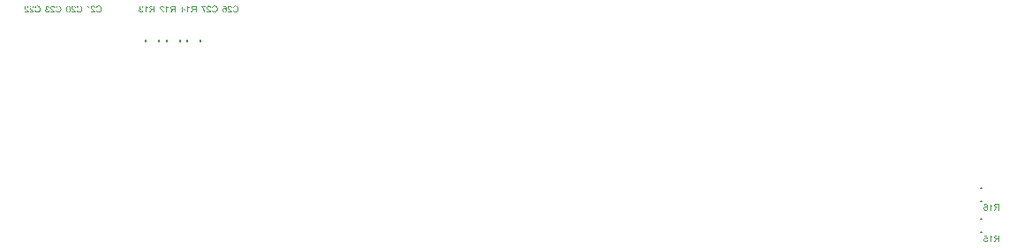
<source format=gbo>
G04*
G04 #@! TF.GenerationSoftware,Altium Limited,Altium Designer,20.2.6 (244)*
G04*
G04 Layer_Color=32896*
%FSLAX44Y44*%
%MOMM*%
G71*
G04*
G04 #@! TF.SameCoordinates,5F1E5769-8BC1-42D3-870D-05276483D41C*
G04*
G04*
G04 #@! TF.FilePolarity,Positive*
G04*
G01*
G75*
%ADD14C,0.2000*%
G36*
X981668Y208111D02*
X981770Y207963D01*
X981890Y207815D01*
X982001Y207686D01*
X982112Y207575D01*
X982195Y207482D01*
X982232Y207455D01*
X982260Y207427D01*
X982269Y207418D01*
X982278Y207409D01*
X982472Y207251D01*
X982666Y207103D01*
X982851Y206974D01*
X983036Y206872D01*
X983193Y206780D01*
X983258Y206743D01*
X983314Y206715D01*
X983360Y206687D01*
X983397Y206678D01*
X983415Y206660D01*
X983425D01*
Y205901D01*
X983286Y205957D01*
X983147Y206022D01*
X983008Y206086D01*
X982879Y206151D01*
X982768Y206206D01*
X982676Y206253D01*
X982620Y206290D01*
X982611Y206299D01*
X982602D01*
X982435Y206401D01*
X982287Y206502D01*
X982158Y206595D01*
X982056Y206678D01*
X981964Y206743D01*
X981908Y206798D01*
X981862Y206835D01*
X981853Y206845D01*
Y201843D01*
X981067D01*
Y208268D01*
X981575D01*
X981668Y208111D01*
D02*
G37*
G36*
X976971Y208259D02*
X977147Y208241D01*
X977313Y208204D01*
X977470Y208157D01*
X977609Y208093D01*
X977748Y208037D01*
X977868Y207963D01*
X977979Y207899D01*
X978071Y207834D01*
X978164Y207760D01*
X978238Y207704D01*
X978293Y207649D01*
X978339Y207593D01*
X978376Y207556D01*
X978395Y207538D01*
X978404Y207529D01*
X978524Y207362D01*
X978626Y207168D01*
X978718Y206965D01*
X978802Y206752D01*
X978867Y206530D01*
X978922Y206308D01*
X978968Y206077D01*
X979005Y205865D01*
X979033Y205652D01*
X979051Y205458D01*
X979070Y205282D01*
X979079Y205134D01*
Y205005D01*
X979088Y204912D01*
Y204875D01*
Y204847D01*
Y204838D01*
Y204829D01*
X979079Y204533D01*
X979061Y204256D01*
X979033Y203997D01*
X978987Y203757D01*
X978940Y203544D01*
X978894Y203350D01*
X978839Y203174D01*
X978774Y203017D01*
X978718Y202887D01*
X978663Y202767D01*
X978617Y202675D01*
X978561Y202591D01*
X978524Y202527D01*
X978497Y202490D01*
X978478Y202462D01*
X978469Y202453D01*
X978349Y202323D01*
X978219Y202212D01*
X978090Y202120D01*
X977960Y202037D01*
X977822Y201963D01*
X977692Y201907D01*
X977563Y201861D01*
X977433Y201824D01*
X977322Y201796D01*
X977212Y201769D01*
X977119Y201750D01*
X977036Y201741D01*
X976962D01*
X976916Y201732D01*
X976869D01*
X976657Y201741D01*
X976463Y201778D01*
X976287Y201815D01*
X976130Y201870D01*
X976010Y201917D01*
X975917Y201963D01*
X975880Y201972D01*
X975852Y201991D01*
X975843Y202000D01*
X975834D01*
X975677Y202111D01*
X975529Y202240D01*
X975409Y202370D01*
X975307Y202499D01*
X975224Y202619D01*
X975168Y202712D01*
X975150Y202749D01*
X975131Y202776D01*
X975122Y202786D01*
Y202795D01*
X975030Y202989D01*
X974965Y203193D01*
X974919Y203377D01*
X974891Y203553D01*
X974863Y203701D01*
Y203757D01*
X974854Y203812D01*
Y203858D01*
Y203886D01*
Y203904D01*
Y203914D01*
X974863Y204080D01*
X974882Y204237D01*
X974909Y204394D01*
X974937Y204533D01*
X974983Y204662D01*
X975030Y204792D01*
X975076Y204903D01*
X975131Y205005D01*
X975187Y205097D01*
X975233Y205180D01*
X975279Y205245D01*
X975325Y205310D01*
X975353Y205356D01*
X975381Y205384D01*
X975399Y205402D01*
X975409Y205411D01*
X975510Y205513D01*
X975621Y205606D01*
X975742Y205679D01*
X975852Y205744D01*
X975963Y205809D01*
X976074Y205855D01*
X976287Y205920D01*
X976379Y205948D01*
X976472Y205966D01*
X976546Y205975D01*
X976620Y205985D01*
X976675Y205994D01*
X976749D01*
X976916Y205985D01*
X977073Y205957D01*
X977221Y205929D01*
X977350Y205892D01*
X977461Y205846D01*
X977544Y205818D01*
X977600Y205791D01*
X977609Y205781D01*
X977618D01*
X977766Y205689D01*
X977896Y205587D01*
X978016Y205485D01*
X978108Y205374D01*
X978192Y205282D01*
X978256Y205208D01*
X978293Y205152D01*
X978303Y205143D01*
Y205310D01*
X978293Y205476D01*
X978284Y205624D01*
X978266Y205772D01*
X978256Y205901D01*
X978238Y206022D01*
X978219Y206133D01*
X978192Y206234D01*
X978173Y206327D01*
X978155Y206401D01*
X978136Y206465D01*
X978127Y206521D01*
X978108Y206558D01*
X978099Y206586D01*
X978090Y206604D01*
Y206613D01*
X977997Y206798D01*
X977905Y206965D01*
X977803Y207094D01*
X977711Y207205D01*
X977628Y207297D01*
X977563Y207362D01*
X977517Y207399D01*
X977498Y207409D01*
X977387Y207482D01*
X977276Y207529D01*
X977165Y207566D01*
X977054Y207593D01*
X976971Y207612D01*
X976897Y207621D01*
X976832D01*
X976666Y207603D01*
X976509Y207566D01*
X976379Y207510D01*
X976259Y207455D01*
X976167Y207390D01*
X976102Y207334D01*
X976065Y207297D01*
X976047Y207279D01*
X975982Y207196D01*
X975917Y207094D01*
X975862Y206983D01*
X975825Y206872D01*
X975788Y206770D01*
X975760Y206687D01*
X975751Y206632D01*
X975742Y206623D01*
Y206613D01*
X974956Y206678D01*
X975011Y206937D01*
X975094Y207168D01*
X975187Y207372D01*
X975288Y207538D01*
X975390Y207667D01*
X975427Y207723D01*
X975473Y207769D01*
X975501Y207797D01*
X975529Y207824D01*
X975538Y207834D01*
X975547Y207843D01*
X975640Y207917D01*
X975742Y207982D01*
X975945Y208093D01*
X976148Y208167D01*
X976342Y208213D01*
X976518Y208250D01*
X976592Y208259D01*
X976657D01*
X976712Y208268D01*
X976786D01*
X976971Y208259D01*
D02*
G37*
G36*
X990146Y201843D02*
X989296D01*
Y204681D01*
X988204D01*
X988103Y204672D01*
X988029D01*
X987964Y204662D01*
X987918Y204653D01*
X987881D01*
X987862Y204644D01*
X987853D01*
X987705Y204598D01*
X987641Y204570D01*
X987585Y204542D01*
X987530Y204515D01*
X987493Y204496D01*
X987474Y204487D01*
X987465Y204478D01*
X987391Y204422D01*
X987317Y204357D01*
X987178Y204219D01*
X987113Y204154D01*
X987067Y204099D01*
X987040Y204062D01*
X987030Y204052D01*
X986938Y203923D01*
X986836Y203784D01*
X986734Y203636D01*
X986633Y203498D01*
X986550Y203368D01*
X986485Y203266D01*
X986457Y203230D01*
X986439Y203202D01*
X986420Y203183D01*
Y203174D01*
X985579Y201843D01*
X984525D01*
X985625Y203581D01*
X985754Y203766D01*
X985875Y203932D01*
X985995Y204071D01*
X986096Y204200D01*
X986189Y204293D01*
X986263Y204367D01*
X986309Y204413D01*
X986328Y204431D01*
X986402Y204487D01*
X986485Y204552D01*
X986651Y204653D01*
X986725Y204690D01*
X986781Y204727D01*
X986818Y204746D01*
X986836Y204755D01*
X986670Y204783D01*
X986513Y204811D01*
X986374Y204857D01*
X986235Y204894D01*
X986115Y204940D01*
X986004Y204995D01*
X985902Y205042D01*
X985810Y205088D01*
X985736Y205143D01*
X985662Y205189D01*
X985607Y205226D01*
X985560Y205264D01*
X985523Y205291D01*
X985496Y205319D01*
X985486Y205328D01*
X985477Y205338D01*
X985403Y205430D01*
X985329Y205522D01*
X985218Y205716D01*
X985144Y205911D01*
X985089Y206096D01*
X985052Y206253D01*
X985042Y206318D01*
Y206382D01*
X985033Y206428D01*
Y206465D01*
Y206484D01*
Y206493D01*
X985042Y206687D01*
X985070Y206863D01*
X985117Y207029D01*
X985163Y207168D01*
X985218Y207288D01*
X985255Y207381D01*
X985292Y207436D01*
X985301Y207446D01*
Y207455D01*
X985412Y207603D01*
X985523Y207732D01*
X985643Y207843D01*
X985754Y207926D01*
X985856Y207991D01*
X985939Y208028D01*
X985995Y208056D01*
X986004Y208065D01*
X986013D01*
X986096Y208093D01*
X986198Y208120D01*
X986402Y208167D01*
X986624Y208194D01*
X986827Y208222D01*
X987021Y208231D01*
X987104D01*
X987178Y208241D01*
X990146D01*
Y201843D01*
D02*
G37*
G36*
X981691Y178111D02*
X981793Y177963D01*
X981913Y177815D01*
X982024Y177686D01*
X982135Y177575D01*
X982218Y177482D01*
X982255Y177455D01*
X982283Y177427D01*
X982292Y177418D01*
X982301Y177409D01*
X982495Y177251D01*
X982690Y177103D01*
X982874Y176974D01*
X983059Y176872D01*
X983216Y176780D01*
X983281Y176743D01*
X983337Y176715D01*
X983383Y176687D01*
X983420Y176678D01*
X983438Y176660D01*
X983448D01*
Y175902D01*
X983309Y175957D01*
X983170Y176022D01*
X983032Y176086D01*
X982902Y176151D01*
X982791Y176207D01*
X982699Y176253D01*
X982643Y176290D01*
X982634Y176299D01*
X982625D01*
X982458Y176401D01*
X982310Y176502D01*
X982181Y176595D01*
X982079Y176678D01*
X981987Y176743D01*
X981931Y176798D01*
X981885Y176835D01*
X981876Y176845D01*
Y171843D01*
X981090D01*
Y178268D01*
X981599D01*
X981691Y178111D01*
D02*
G37*
G36*
X978936Y174866D02*
X978196Y174764D01*
X978131Y174866D01*
X978048Y174949D01*
X977974Y175032D01*
X977900Y175097D01*
X977826Y175143D01*
X977771Y175189D01*
X977734Y175208D01*
X977725Y175217D01*
X977604Y175273D01*
X977484Y175319D01*
X977373Y175347D01*
X977262Y175375D01*
X977170Y175384D01*
X977096Y175393D01*
X976920D01*
X976809Y175375D01*
X976615Y175328D01*
X976449Y175264D01*
X976301Y175199D01*
X976190Y175125D01*
X976107Y175060D01*
X976060Y175014D01*
X976042Y175005D01*
Y174995D01*
X975912Y174838D01*
X975820Y174672D01*
X975755Y174496D01*
X975709Y174321D01*
X975681Y174172D01*
X975672Y174108D01*
Y174052D01*
X975663Y174006D01*
Y173969D01*
Y173951D01*
Y173941D01*
Y173812D01*
X975681Y173692D01*
X975728Y173461D01*
X975792Y173267D01*
X975857Y173109D01*
X975931Y172980D01*
X975996Y172878D01*
X976023Y172850D01*
X976042Y172823D01*
X976051Y172813D01*
X976060Y172804D01*
X976134Y172730D01*
X976208Y172666D01*
X976375Y172554D01*
X976532Y172481D01*
X976689Y172434D01*
X976819Y172397D01*
X976929Y172388D01*
X976966Y172379D01*
X977022D01*
X977198Y172388D01*
X977355Y172425D01*
X977494Y172471D01*
X977604Y172527D01*
X977706Y172582D01*
X977780Y172628D01*
X977817Y172666D01*
X977836Y172675D01*
X977946Y172804D01*
X978039Y172943D01*
X978113Y173100D01*
X978168Y173239D01*
X978205Y173377D01*
X978233Y173479D01*
X978242Y173525D01*
X978252Y173553D01*
Y173572D01*
Y173581D01*
X979074Y173516D01*
X979056Y173368D01*
X979028Y173230D01*
X978945Y172971D01*
X978843Y172749D01*
X978788Y172647D01*
X978732Y172564D01*
X978686Y172481D01*
X978631Y172407D01*
X978585Y172351D01*
X978538Y172305D01*
X978501Y172268D01*
X978483Y172231D01*
X978464Y172222D01*
X978455Y172213D01*
X978344Y172129D01*
X978233Y172055D01*
X978113Y171991D01*
X977993Y171935D01*
X977762Y171852D01*
X977531Y171796D01*
X977429Y171769D01*
X977327Y171759D01*
X977244Y171750D01*
X977170Y171741D01*
X977105Y171732D01*
X977022D01*
X976828Y171741D01*
X976643Y171769D01*
X976467Y171806D01*
X976310Y171852D01*
X976162Y171917D01*
X976023Y171981D01*
X975894Y172046D01*
X975783Y172120D01*
X975681Y172194D01*
X975589Y172259D01*
X975515Y172333D01*
X975450Y172388D01*
X975404Y172434D01*
X975367Y172471D01*
X975349Y172499D01*
X975339Y172508D01*
X975247Y172628D01*
X975173Y172758D01*
X975099Y172878D01*
X975043Y173008D01*
X974951Y173257D01*
X974895Y173498D01*
X974877Y173599D01*
X974858Y173701D01*
X974849Y173784D01*
X974840Y173858D01*
X974831Y173923D01*
Y173969D01*
Y173997D01*
Y174006D01*
X974840Y174172D01*
X974858Y174330D01*
X974886Y174487D01*
X974923Y174626D01*
X974969Y174755D01*
X975016Y174884D01*
X975071Y174995D01*
X975117Y175097D01*
X975173Y175189D01*
X975228Y175273D01*
X975275Y175338D01*
X975321Y175402D01*
X975358Y175448D01*
X975386Y175476D01*
X975404Y175495D01*
X975413Y175504D01*
X975524Y175606D01*
X975635Y175698D01*
X975755Y175772D01*
X975875Y175837D01*
X975996Y175902D01*
X976116Y175948D01*
X976338Y176012D01*
X976440Y176040D01*
X976532Y176059D01*
X976615Y176068D01*
X976689Y176077D01*
X976745Y176086D01*
X976948D01*
X977059Y176068D01*
X977281Y176022D01*
X977484Y175957D01*
X977669Y175883D01*
X977817Y175809D01*
X977882Y175772D01*
X977937Y175744D01*
X977983Y175716D01*
X978011Y175698D01*
X978030Y175689D01*
X978039Y175680D01*
X977697Y177409D01*
X975136D01*
Y178157D01*
X978316D01*
X978936Y174866D01*
D02*
G37*
G36*
X990169Y171843D02*
X989319D01*
Y174681D01*
X988228D01*
X988126Y174672D01*
X988052D01*
X987987Y174662D01*
X987941Y174653D01*
X987904D01*
X987886Y174644D01*
X987876D01*
X987728Y174598D01*
X987664Y174570D01*
X987608Y174542D01*
X987553Y174515D01*
X987516Y174496D01*
X987497Y174487D01*
X987488Y174478D01*
X987414Y174422D01*
X987340Y174357D01*
X987201Y174219D01*
X987137Y174154D01*
X987090Y174099D01*
X987063Y174062D01*
X987053Y174052D01*
X986961Y173923D01*
X986859Y173784D01*
X986758Y173636D01*
X986656Y173498D01*
X986573Y173368D01*
X986508Y173267D01*
X986480Y173230D01*
X986462Y173202D01*
X986443Y173183D01*
Y173174D01*
X985602Y171843D01*
X984548D01*
X985648Y173581D01*
X985778Y173766D01*
X985898Y173932D01*
X986018Y174071D01*
X986120Y174200D01*
X986212Y174293D01*
X986286Y174367D01*
X986332Y174413D01*
X986351Y174431D01*
X986425Y174487D01*
X986508Y174552D01*
X986674Y174653D01*
X986748Y174690D01*
X986804Y174727D01*
X986841Y174746D01*
X986859Y174755D01*
X986693Y174783D01*
X986536Y174811D01*
X986397Y174857D01*
X986258Y174894D01*
X986138Y174940D01*
X986027Y174995D01*
X985926Y175042D01*
X985833Y175088D01*
X985759Y175143D01*
X985685Y175189D01*
X985630Y175226D01*
X985583Y175264D01*
X985546Y175291D01*
X985519Y175319D01*
X985509Y175328D01*
X985500Y175338D01*
X985426Y175430D01*
X985352Y175522D01*
X985241Y175716D01*
X985167Y175911D01*
X985112Y176096D01*
X985075Y176253D01*
X985066Y176318D01*
Y176382D01*
X985056Y176429D01*
Y176465D01*
Y176484D01*
Y176493D01*
X985066Y176687D01*
X985093Y176863D01*
X985140Y177029D01*
X985186Y177168D01*
X985241Y177288D01*
X985278Y177381D01*
X985315Y177436D01*
X985324Y177446D01*
Y177455D01*
X985435Y177603D01*
X985546Y177732D01*
X985667Y177843D01*
X985778Y177926D01*
X985879Y177991D01*
X985963Y178028D01*
X986018Y178056D01*
X986027Y178065D01*
X986036D01*
X986120Y178093D01*
X986221Y178120D01*
X986425Y178167D01*
X986647Y178194D01*
X986850Y178222D01*
X987044Y178231D01*
X987127D01*
X987201Y178241D01*
X990169D01*
Y171843D01*
D02*
G37*
G36*
X211446Y398190D02*
X211548Y398043D01*
X211668Y397895D01*
X211779Y397765D01*
X211890Y397654D01*
X211973Y397562D01*
X212010Y397534D01*
X212038Y397506D01*
X212047Y397497D01*
X212056Y397488D01*
X212250Y397331D01*
X212444Y397183D01*
X212629Y397053D01*
X212814Y396952D01*
X212971Y396859D01*
X213036Y396822D01*
X213092Y396794D01*
X213138Y396767D01*
X213175Y396757D01*
X213193Y396739D01*
X213202D01*
Y395981D01*
X213064Y396036D01*
X212925Y396101D01*
X212786Y396166D01*
X212657Y396230D01*
X212546Y396286D01*
X212454Y396332D01*
X212398Y396369D01*
X212389Y396378D01*
X212380D01*
X212213Y396480D01*
X212065Y396582D01*
X211936Y396674D01*
X211834Y396757D01*
X211742Y396822D01*
X211686Y396878D01*
X211640Y396915D01*
X211631Y396924D01*
Y391922D01*
X210845D01*
Y398348D01*
X211353D01*
X211446Y398190D01*
D02*
G37*
G36*
X219924Y391922D02*
X219073D01*
Y394760D01*
X217982D01*
X217881Y394751D01*
X217807D01*
X217742Y394742D01*
X217696Y394733D01*
X217659D01*
X217640Y394723D01*
X217631D01*
X217483Y394677D01*
X217418Y394650D01*
X217363Y394622D01*
X217307Y394594D01*
X217271Y394576D01*
X217252Y394566D01*
X217243Y394557D01*
X217169Y394501D01*
X217095Y394437D01*
X216956Y394298D01*
X216891Y394233D01*
X216845Y394178D01*
X216817Y394141D01*
X216808Y394132D01*
X216716Y394002D01*
X216614Y393864D01*
X216512Y393716D01*
X216411Y393577D01*
X216327Y393447D01*
X216263Y393346D01*
X216235Y393309D01*
X216217Y393281D01*
X216198Y393263D01*
Y393253D01*
X215357Y391922D01*
X214303D01*
X215403Y393660D01*
X215532Y393845D01*
X215653Y394011D01*
X215773Y394150D01*
X215874Y394280D01*
X215967Y394372D01*
X216041Y394446D01*
X216087Y394492D01*
X216106Y394511D01*
X216180Y394566D01*
X216263Y394631D01*
X216429Y394733D01*
X216503Y394770D01*
X216559Y394807D01*
X216596Y394825D01*
X216614Y394834D01*
X216448Y394862D01*
X216290Y394890D01*
X216152Y394936D01*
X216013Y394973D01*
X215893Y395019D01*
X215782Y395075D01*
X215680Y395121D01*
X215588Y395167D01*
X215514Y395223D01*
X215440Y395269D01*
X215384Y395306D01*
X215338Y395343D01*
X215301Y395371D01*
X215273Y395398D01*
X215264Y395408D01*
X215255Y395417D01*
X215181Y395509D01*
X215107Y395602D01*
X214996Y395796D01*
X214922Y395990D01*
X214867Y396175D01*
X214830Y396332D01*
X214820Y396397D01*
Y396462D01*
X214811Y396508D01*
Y396545D01*
Y396563D01*
Y396572D01*
X214820Y396767D01*
X214848Y396942D01*
X214894Y397109D01*
X214941Y397248D01*
X214996Y397368D01*
X215033Y397460D01*
X215070Y397516D01*
X215079Y397525D01*
Y397534D01*
X215190Y397682D01*
X215301Y397811D01*
X215421Y397922D01*
X215532Y398006D01*
X215634Y398070D01*
X215717Y398107D01*
X215773Y398135D01*
X215782Y398144D01*
X215791D01*
X215874Y398172D01*
X215976Y398200D01*
X216180Y398246D01*
X216401Y398274D01*
X216605Y398302D01*
X216799Y398311D01*
X216882D01*
X216956Y398320D01*
X219924D01*
Y391922D01*
D02*
G37*
G36*
X209097Y394178D02*
Y393457D01*
X206315D01*
Y391922D01*
X205529D01*
Y393457D01*
X204660D01*
Y394178D01*
X205529D01*
Y398320D01*
X206166D01*
X209097Y394178D01*
D02*
G37*
G36*
X167133Y398397D02*
X167383Y398351D01*
X167595Y398277D01*
X167780Y398203D01*
X167864Y398157D01*
X167928Y398120D01*
X167993Y398083D01*
X168039Y398046D01*
X168076Y398018D01*
X168104Y398000D01*
X168122Y397990D01*
X168132Y397981D01*
X168307Y397805D01*
X168446Y397611D01*
X168557Y397408D01*
X168649Y397205D01*
X168705Y397029D01*
X168733Y396955D01*
X168751Y396890D01*
X168760Y396835D01*
X168770Y396798D01*
X168779Y396770D01*
Y396761D01*
X167993Y396622D01*
X167956Y396825D01*
X167901Y397001D01*
X167836Y397149D01*
X167771Y397269D01*
X167706Y397362D01*
X167651Y397426D01*
X167614Y397473D01*
X167605Y397482D01*
X167484Y397574D01*
X167355Y397648D01*
X167235Y397695D01*
X167115Y397732D01*
X167004Y397750D01*
X166921Y397769D01*
X166847D01*
X166680Y397759D01*
X166532Y397722D01*
X166403Y397676D01*
X166292Y397630D01*
X166209Y397574D01*
X166144Y397528D01*
X166098Y397491D01*
X166088Y397482D01*
X165987Y397371D01*
X165913Y397251D01*
X165867Y397131D01*
X165830Y397020D01*
X165811Y396918D01*
X165793Y396844D01*
Y396788D01*
Y396779D01*
Y396770D01*
Y396668D01*
X165811Y396576D01*
X165857Y396419D01*
X165922Y396280D01*
X165996Y396160D01*
X166070Y396077D01*
X166135Y396012D01*
X166181Y395975D01*
X166190Y395966D01*
X166199D01*
X166357Y395882D01*
X166504Y395818D01*
X166662Y395771D01*
X166800Y395744D01*
X166921Y395725D01*
X167022Y395707D01*
X167142D01*
X167179Y395716D01*
X167226D01*
X167318Y395023D01*
X167198Y395050D01*
X167087Y395069D01*
X166994Y395087D01*
X166911Y395097D01*
X166847Y395106D01*
X166763D01*
X166569Y395087D01*
X166394Y395050D01*
X166236Y394995D01*
X166107Y394930D01*
X166005Y394865D01*
X165931Y394810D01*
X165885Y394773D01*
X165867Y394754D01*
X165746Y394616D01*
X165654Y394468D01*
X165589Y394320D01*
X165552Y394172D01*
X165524Y394052D01*
X165515Y393950D01*
X165506Y393913D01*
Y393885D01*
Y393867D01*
Y393858D01*
X165524Y393654D01*
X165571Y393469D01*
X165626Y393312D01*
X165700Y393173D01*
X165774Y393063D01*
X165830Y392979D01*
X165876Y392924D01*
X165894Y392905D01*
X166042Y392776D01*
X166199Y392683D01*
X166357Y392619D01*
X166504Y392573D01*
X166634Y392545D01*
X166736Y392536D01*
X166772Y392526D01*
X166828D01*
X166994Y392536D01*
X167152Y392573D01*
X167290Y392619D01*
X167401Y392674D01*
X167494Y392720D01*
X167568Y392767D01*
X167605Y392804D01*
X167623Y392813D01*
X167734Y392942D01*
X167826Y393090D01*
X167910Y393247D01*
X167974Y393414D01*
X168021Y393553D01*
X168039Y393617D01*
X168048Y393673D01*
X168058Y393719D01*
X168067Y393756D01*
X168076Y393774D01*
Y393784D01*
X168862Y393682D01*
X168844Y393534D01*
X168816Y393395D01*
X168733Y393136D01*
X168631Y392915D01*
X168575Y392822D01*
X168520Y392730D01*
X168465Y392646D01*
X168409Y392582D01*
X168363Y392517D01*
X168317Y392471D01*
X168289Y392434D01*
X168261Y392406D01*
X168243Y392388D01*
X168233Y392378D01*
X168122Y392295D01*
X168011Y392212D01*
X167901Y392147D01*
X167780Y392092D01*
X167549Y391999D01*
X167327Y391944D01*
X167226Y391925D01*
X167133Y391907D01*
X167050Y391898D01*
X166976Y391888D01*
X166921Y391879D01*
X166837D01*
X166662Y391888D01*
X166504Y391907D01*
X166347Y391935D01*
X166199Y391972D01*
X166061Y392018D01*
X165940Y392064D01*
X165820Y392119D01*
X165718Y392175D01*
X165617Y392221D01*
X165534Y392277D01*
X165460Y392323D01*
X165404Y392369D01*
X165358Y392406D01*
X165321Y392434D01*
X165303Y392452D01*
X165293Y392462D01*
X165182Y392573D01*
X165090Y392693D01*
X165007Y392813D01*
X164933Y392933D01*
X164877Y393044D01*
X164822Y393164D01*
X164748Y393386D01*
X164729Y393488D01*
X164711Y393580D01*
X164692Y393663D01*
X164683Y393737D01*
X164674Y393793D01*
Y393839D01*
Y393867D01*
Y393876D01*
X164683Y394098D01*
X164720Y394301D01*
X164776Y394477D01*
X164831Y394625D01*
X164886Y394745D01*
X164942Y394838D01*
X164979Y394893D01*
X164988Y394912D01*
X165118Y395050D01*
X165256Y395171D01*
X165404Y395263D01*
X165552Y395337D01*
X165682Y395392D01*
X165783Y395429D01*
X165820Y395439D01*
X165848Y395448D01*
X165867Y395457D01*
X165876D01*
X165718Y395540D01*
X165589Y395624D01*
X165478Y395716D01*
X165386Y395799D01*
X165312Y395873D01*
X165256Y395938D01*
X165229Y395975D01*
X165219Y395993D01*
X165145Y396123D01*
X165090Y396252D01*
X165044Y396382D01*
X165016Y396502D01*
X164997Y396604D01*
X164988Y396678D01*
Y396733D01*
Y396752D01*
X164997Y396909D01*
X165025Y397066D01*
X165062Y397205D01*
X165108Y397325D01*
X165155Y397426D01*
X165191Y397510D01*
X165219Y397556D01*
X165229Y397574D01*
X165321Y397713D01*
X165432Y397833D01*
X165543Y397935D01*
X165654Y398027D01*
X165746Y398092D01*
X165830Y398148D01*
X165885Y398175D01*
X165894Y398185D01*
X165903D01*
X166070Y398259D01*
X166236Y398314D01*
X166403Y398360D01*
X166551Y398388D01*
X166671Y398406D01*
X166772Y398416D01*
X167004D01*
X167133Y398397D01*
D02*
G37*
G36*
X171488Y398259D02*
X171590Y398111D01*
X171710Y397963D01*
X171821Y397833D01*
X171932Y397722D01*
X172015Y397630D01*
X172052Y397602D01*
X172080Y397574D01*
X172089Y397565D01*
X172098Y397556D01*
X172292Y397399D01*
X172486Y397251D01*
X172671Y397121D01*
X172856Y397020D01*
X173013Y396927D01*
X173078Y396890D01*
X173134Y396862D01*
X173180Y396835D01*
X173217Y396825D01*
X173235Y396807D01*
X173244D01*
Y396049D01*
X173106Y396104D01*
X172967Y396169D01*
X172828Y396234D01*
X172699Y396298D01*
X172588Y396354D01*
X172496Y396400D01*
X172440Y396437D01*
X172431Y396446D01*
X172422D01*
X172255Y396548D01*
X172107Y396650D01*
X171978Y396742D01*
X171876Y396825D01*
X171784Y396890D01*
X171728Y396946D01*
X171682Y396983D01*
X171673Y396992D01*
Y391990D01*
X170887D01*
Y398416D01*
X171395D01*
X171488Y398259D01*
D02*
G37*
G36*
X179966Y391990D02*
X179115D01*
Y394828D01*
X178024D01*
X177923Y394819D01*
X177849D01*
X177784Y394810D01*
X177738Y394801D01*
X177701D01*
X177682Y394791D01*
X177673D01*
X177525Y394745D01*
X177460Y394717D01*
X177405Y394690D01*
X177349Y394662D01*
X177313Y394644D01*
X177294Y394634D01*
X177285Y394625D01*
X177211Y394570D01*
X177137Y394505D01*
X176998Y394366D01*
X176933Y394301D01*
X176887Y394246D01*
X176859Y394209D01*
X176850Y394200D01*
X176758Y394070D01*
X176656Y393932D01*
X176554Y393784D01*
X176453Y393645D01*
X176369Y393516D01*
X176305Y393414D01*
X176277Y393377D01*
X176259Y393349D01*
X176240Y393331D01*
Y393321D01*
X175399Y391990D01*
X174345D01*
X175445Y393728D01*
X175574Y393913D01*
X175695Y394080D01*
X175815Y394218D01*
X175916Y394348D01*
X176009Y394440D01*
X176083Y394514D01*
X176129Y394560D01*
X176148Y394579D01*
X176222Y394634D01*
X176305Y394699D01*
X176471Y394801D01*
X176545Y394838D01*
X176601Y394875D01*
X176638Y394893D01*
X176656Y394902D01*
X176490Y394930D01*
X176332Y394958D01*
X176194Y395004D01*
X176055Y395041D01*
X175935Y395087D01*
X175824Y395143D01*
X175722Y395189D01*
X175630Y395235D01*
X175556Y395291D01*
X175482Y395337D01*
X175426Y395374D01*
X175380Y395411D01*
X175343Y395439D01*
X175315Y395466D01*
X175306Y395476D01*
X175297Y395485D01*
X175223Y395577D01*
X175149Y395670D01*
X175038Y395864D01*
X174964Y396058D01*
X174909Y396243D01*
X174872Y396400D01*
X174862Y396465D01*
Y396530D01*
X174853Y396576D01*
Y396613D01*
Y396631D01*
Y396641D01*
X174862Y396835D01*
X174890Y397010D01*
X174936Y397177D01*
X174983Y397315D01*
X175038Y397436D01*
X175075Y397528D01*
X175112Y397584D01*
X175121Y397593D01*
Y397602D01*
X175232Y397750D01*
X175343Y397879D01*
X175463Y397990D01*
X175574Y398074D01*
X175676Y398138D01*
X175759Y398175D01*
X175815Y398203D01*
X175824Y398212D01*
X175833D01*
X175916Y398240D01*
X176018Y398268D01*
X176222Y398314D01*
X176443Y398342D01*
X176647Y398369D01*
X176841Y398379D01*
X176924D01*
X176998Y398388D01*
X179966D01*
Y391990D01*
D02*
G37*
G36*
X186852Y398164D02*
X187010Y398155D01*
X187158Y398128D01*
X187296Y398100D01*
X187426Y398063D01*
X187546Y398026D01*
X187657Y397980D01*
X187759Y397933D01*
X187851Y397887D01*
X187925Y397841D01*
X187990Y397804D01*
X188045Y397767D01*
X188091Y397739D01*
X188119Y397711D01*
X188138Y397702D01*
X188147Y397693D01*
X188239Y397601D01*
X188323Y397499D01*
X188406Y397388D01*
X188470Y397277D01*
X188581Y397055D01*
X188655Y396833D01*
X188683Y396731D01*
X188711Y396630D01*
X188729Y396547D01*
X188748Y396473D01*
X188757Y396408D01*
Y396362D01*
X188766Y396334D01*
Y396325D01*
X187962Y396241D01*
X187943Y396454D01*
X187906Y396639D01*
X187851Y396805D01*
X187786Y396935D01*
X187731Y397046D01*
X187675Y397120D01*
X187638Y397166D01*
X187620Y397184D01*
X187481Y397295D01*
X187333Y397379D01*
X187176Y397443D01*
X187037Y397480D01*
X186908Y397508D01*
X186797Y397517D01*
X186760Y397527D01*
X186705D01*
X186510Y397517D01*
X186335Y397480D01*
X186187Y397425D01*
X186057Y397369D01*
X185956Y397305D01*
X185891Y397258D01*
X185845Y397221D01*
X185826Y397203D01*
X185715Y397074D01*
X185632Y396944D01*
X185567Y396815D01*
X185530Y396685D01*
X185503Y396584D01*
X185493Y396491D01*
X185484Y396436D01*
Y396426D01*
Y396417D01*
X185503Y396251D01*
X185540Y396075D01*
X185604Y395918D01*
X185669Y395770D01*
X185743Y395650D01*
X185808Y395548D01*
X185826Y395511D01*
X185845Y395483D01*
X185863Y395474D01*
Y395465D01*
X185937Y395363D01*
X186030Y395261D01*
X186131Y395150D01*
X186242Y395039D01*
X186473Y394818D01*
X186705Y394596D01*
X186825Y394494D01*
X186926Y394402D01*
X187028Y394318D01*
X187111Y394244D01*
X187176Y394189D01*
X187232Y394143D01*
X187269Y394115D01*
X187278Y394106D01*
X187509Y393912D01*
X187722Y393727D01*
X187897Y393560D01*
X188036Y393422D01*
X188156Y393301D01*
X188239Y393218D01*
X188286Y393163D01*
X188304Y393153D01*
Y393144D01*
X188433Y392987D01*
X188535Y392839D01*
X188628Y392691D01*
X188702Y392562D01*
X188757Y392451D01*
X188794Y392368D01*
X188813Y392312D01*
X188822Y392303D01*
Y392294D01*
X188859Y392192D01*
X188877Y392099D01*
X188896Y392007D01*
X188905Y391924D01*
X188914Y391850D01*
Y391794D01*
Y391757D01*
Y391748D01*
X184671D01*
Y392506D01*
X187823D01*
X187712Y392663D01*
X187657Y392728D01*
X187611Y392793D01*
X187564Y392848D01*
X187527Y392885D01*
X187500Y392913D01*
X187490Y392922D01*
X187444Y392968D01*
X187389Y393015D01*
X187259Y393135D01*
X187111Y393274D01*
X186954Y393412D01*
X186806Y393532D01*
X186742Y393588D01*
X186686Y393643D01*
X186640Y393680D01*
X186603Y393708D01*
X186584Y393727D01*
X186575Y393736D01*
X186427Y393865D01*
X186279Y393985D01*
X186150Y394106D01*
X186030Y394207D01*
X185919Y394309D01*
X185826Y394402D01*
X185734Y394485D01*
X185660Y394559D01*
X185586Y394633D01*
X185530Y394688D01*
X185484Y394734D01*
X185438Y394781D01*
X185392Y394836D01*
X185373Y394855D01*
X185244Y395012D01*
X185133Y395150D01*
X185040Y395289D01*
X184966Y395400D01*
X184911Y395502D01*
X184874Y395576D01*
X184855Y395622D01*
X184846Y395640D01*
X184791Y395779D01*
X184754Y395918D01*
X184717Y396047D01*
X184698Y396158D01*
X184689Y396260D01*
X184680Y396334D01*
Y396380D01*
Y396399D01*
X184689Y396537D01*
X184708Y396667D01*
X184726Y396796D01*
X184763Y396907D01*
X184855Y397129D01*
X184948Y397305D01*
X185003Y397388D01*
X185050Y397453D01*
X185096Y397517D01*
X185142Y397564D01*
X185179Y397601D01*
X185198Y397637D01*
X185216Y397647D01*
X185225Y397656D01*
X185327Y397748D01*
X185438Y397832D01*
X185558Y397896D01*
X185678Y397952D01*
X185919Y398044D01*
X186159Y398109D01*
X186261Y398128D01*
X186362Y398146D01*
X186455Y398155D01*
X186529Y398164D01*
X186594Y398174D01*
X186686D01*
X186852Y398164D01*
D02*
G37*
G36*
X191420Y398017D02*
X191521Y397869D01*
X191642Y397721D01*
X191753Y397591D01*
X191864Y397480D01*
X191947Y397388D01*
X191984Y397360D01*
X192012Y397332D01*
X192021Y397323D01*
X192030Y397314D01*
X192224Y397157D01*
X192418Y397009D01*
X192603Y396879D01*
X192788Y396778D01*
X192945Y396685D01*
X193010Y396648D01*
X193065Y396620D01*
X193112Y396593D01*
X193149Y396584D01*
X193167Y396565D01*
X193176D01*
Y395807D01*
X193038Y395862D01*
X192899Y395927D01*
X192760Y395992D01*
X192631Y396057D01*
X192520Y396112D01*
X192428Y396158D01*
X192372Y396195D01*
X192363Y396204D01*
X192354D01*
X192187Y396306D01*
X192039Y396408D01*
X191910Y396500D01*
X191808Y396584D01*
X191716Y396648D01*
X191660Y396704D01*
X191614Y396741D01*
X191605Y396750D01*
Y391748D01*
X190819D01*
Y398174D01*
X191327D01*
X191420Y398017D01*
D02*
G37*
G36*
X199898Y391748D02*
X199047D01*
Y394586D01*
X197956D01*
X197855Y394577D01*
X197781D01*
X197716Y394568D01*
X197670Y394559D01*
X197633D01*
X197614Y394549D01*
X197605D01*
X197457Y394503D01*
X197392Y394476D01*
X197337Y394448D01*
X197281Y394420D01*
X197244Y394402D01*
X197226Y394392D01*
X197217Y394383D01*
X197143Y394328D01*
X197069Y394263D01*
X196930Y394124D01*
X196865Y394059D01*
X196819Y394004D01*
X196791Y393967D01*
X196782Y393958D01*
X196690Y393828D01*
X196588Y393690D01*
X196486Y393542D01*
X196385Y393403D01*
X196301Y393274D01*
X196237Y393172D01*
X196209Y393135D01*
X196190Y393107D01*
X196172Y393089D01*
Y393079D01*
X195331Y391748D01*
X194277D01*
X195377Y393486D01*
X195506Y393671D01*
X195627Y393838D01*
X195747Y393976D01*
X195848Y394106D01*
X195941Y394198D01*
X196015Y394272D01*
X196061Y394318D01*
X196080Y394337D01*
X196154Y394392D01*
X196237Y394457D01*
X196403Y394559D01*
X196477Y394596D01*
X196533Y394633D01*
X196570Y394651D01*
X196588Y394660D01*
X196422Y394688D01*
X196264Y394716D01*
X196126Y394762D01*
X195987Y394799D01*
X195867Y394845D01*
X195756Y394901D01*
X195654Y394947D01*
X195562Y394993D01*
X195488Y395049D01*
X195414Y395095D01*
X195358Y395132D01*
X195312Y395169D01*
X195275Y395197D01*
X195247Y395224D01*
X195238Y395234D01*
X195229Y395243D01*
X195155Y395335D01*
X195081Y395428D01*
X194970Y395622D01*
X194896Y395816D01*
X194841Y396001D01*
X194804Y396158D01*
X194794Y396223D01*
Y396288D01*
X194785Y396334D01*
Y396371D01*
Y396389D01*
Y396399D01*
X194794Y396593D01*
X194822Y396768D01*
X194868Y396935D01*
X194915Y397074D01*
X194970Y397194D01*
X195007Y397286D01*
X195044Y397342D01*
X195053Y397351D01*
Y397360D01*
X195164Y397508D01*
X195275Y397637D01*
X195395Y397748D01*
X195506Y397832D01*
X195608Y397896D01*
X195691Y397933D01*
X195747Y397961D01*
X195756Y397970D01*
X195765D01*
X195848Y397998D01*
X195950Y398026D01*
X196154Y398072D01*
X196375Y398100D01*
X196579Y398128D01*
X196773Y398137D01*
X196856D01*
X196930Y398146D01*
X199898D01*
Y391748D01*
D02*
G37*
G36*
X231886Y398459D02*
X232043Y398449D01*
X232191Y398422D01*
X232330Y398394D01*
X232459Y398357D01*
X232579Y398320D01*
X232690Y398274D01*
X232792Y398227D01*
X232884Y398181D01*
X232958Y398135D01*
X233023Y398098D01*
X233078Y398061D01*
X233125Y398033D01*
X233152Y398005D01*
X233171Y397996D01*
X233180Y397987D01*
X233273Y397895D01*
X233356Y397793D01*
X233439Y397682D01*
X233504Y397571D01*
X233615Y397349D01*
X233689Y397127D01*
X233716Y397025D01*
X233744Y396924D01*
X233763Y396841D01*
X233781Y396767D01*
X233790Y396702D01*
Y396656D01*
X233800Y396628D01*
Y396619D01*
X232995Y396535D01*
X232977Y396748D01*
X232940Y396933D01*
X232884Y397099D01*
X232819Y397229D01*
X232764Y397340D01*
X232709Y397414D01*
X232672Y397460D01*
X232653Y397478D01*
X232514Y397589D01*
X232367Y397673D01*
X232209Y397737D01*
X232071Y397774D01*
X231941Y397802D01*
X231830Y397811D01*
X231793Y397821D01*
X231738D01*
X231544Y397811D01*
X231368Y397774D01*
X231220Y397719D01*
X231091Y397663D01*
X230989Y397599D01*
X230924Y397552D01*
X230878Y397515D01*
X230860Y397497D01*
X230749Y397368D01*
X230665Y397238D01*
X230601Y397109D01*
X230564Y396979D01*
X230536Y396878D01*
X230527Y396785D01*
X230517Y396730D01*
Y396720D01*
Y396711D01*
X230536Y396545D01*
X230573Y396369D01*
X230638Y396212D01*
X230702Y396064D01*
X230776Y395944D01*
X230841Y395842D01*
X230860Y395805D01*
X230878Y395777D01*
X230896Y395768D01*
Y395759D01*
X230970Y395657D01*
X231063Y395555D01*
X231165Y395444D01*
X231276Y395333D01*
X231507Y395112D01*
X231738Y394890D01*
X231858Y394788D01*
X231960Y394696D01*
X232061Y394612D01*
X232145Y394538D01*
X232209Y394483D01*
X232265Y394437D01*
X232302Y394409D01*
X232311Y394400D01*
X232542Y394206D01*
X232755Y394021D01*
X232931Y393854D01*
X233069Y393716D01*
X233189Y393595D01*
X233273Y393512D01*
X233319Y393457D01*
X233337Y393447D01*
Y393438D01*
X233467Y393281D01*
X233568Y393133D01*
X233661Y392985D01*
X233735Y392856D01*
X233790Y392745D01*
X233827Y392662D01*
X233846Y392606D01*
X233855Y392597D01*
Y392588D01*
X233892Y392486D01*
X233911Y392393D01*
X233929Y392301D01*
X233938Y392218D01*
X233948Y392144D01*
Y392088D01*
Y392051D01*
Y392042D01*
X229704D01*
Y392800D01*
X232857D01*
X232746Y392957D01*
X232690Y393022D01*
X232644Y393087D01*
X232598Y393142D01*
X232561Y393179D01*
X232533Y393207D01*
X232524Y393216D01*
X232477Y393262D01*
X232422Y393309D01*
X232292Y393429D01*
X232145Y393568D01*
X231987Y393706D01*
X231840Y393826D01*
X231775Y393882D01*
X231719Y393937D01*
X231673Y393974D01*
X231636Y394002D01*
X231618Y394021D01*
X231608Y394030D01*
X231460Y394159D01*
X231313Y394280D01*
X231183Y394400D01*
X231063Y394501D01*
X230952Y394603D01*
X230860Y394696D01*
X230767Y394779D01*
X230693Y394853D01*
X230619Y394927D01*
X230564Y394982D01*
X230517Y395028D01*
X230471Y395075D01*
X230425Y395130D01*
X230406Y395149D01*
X230277Y395306D01*
X230166Y395444D01*
X230074Y395583D01*
X230000Y395694D01*
X229944Y395796D01*
X229907Y395870D01*
X229889Y395916D01*
X229879Y395934D01*
X229824Y396073D01*
X229787Y396212D01*
X229750Y396341D01*
X229732Y396452D01*
X229722Y396554D01*
X229713Y396628D01*
Y396674D01*
Y396693D01*
X229722Y396831D01*
X229741Y396961D01*
X229759Y397090D01*
X229796Y397201D01*
X229889Y397423D01*
X229981Y397599D01*
X230037Y397682D01*
X230083Y397747D01*
X230129Y397811D01*
X230175Y397858D01*
X230212Y397895D01*
X230231Y397932D01*
X230249Y397941D01*
X230259Y397950D01*
X230360Y398042D01*
X230471Y398126D01*
X230591Y398190D01*
X230711Y398246D01*
X230952Y398338D01*
X231192Y398403D01*
X231294Y398422D01*
X231396Y398440D01*
X231488Y398449D01*
X231562Y398459D01*
X231627Y398468D01*
X231719D01*
X231886Y398459D01*
D02*
G37*
G36*
X237507Y398532D02*
X237803Y398486D01*
X238062Y398431D01*
X238182Y398394D01*
X238293Y398357D01*
X238395Y398320D01*
X238487Y398283D01*
X238561Y398255D01*
X238635Y398227D01*
X238681Y398200D01*
X238718Y398181D01*
X238746Y398172D01*
X238755Y398163D01*
X239005Y398005D01*
X239217Y397821D01*
X239402Y397636D01*
X239560Y397451D01*
X239680Y397284D01*
X239726Y397210D01*
X239763Y397146D01*
X239800Y397099D01*
X239818Y397062D01*
X239828Y397035D01*
X239837Y397025D01*
X239966Y396739D01*
X240059Y396443D01*
X240124Y396147D01*
X240170Y395879D01*
X240188Y395759D01*
X240198Y395639D01*
X240207Y395546D01*
Y395454D01*
X240216Y395389D01*
Y395333D01*
Y395297D01*
Y395287D01*
X240198Y394954D01*
X240161Y394631D01*
X240114Y394344D01*
X240077Y394206D01*
X240050Y394085D01*
X240022Y393974D01*
X239985Y393873D01*
X239957Y393780D01*
X239939Y393706D01*
X239911Y393651D01*
X239902Y393605D01*
X239883Y393577D01*
Y393568D01*
X239744Y393290D01*
X239587Y393041D01*
X239421Y392828D01*
X239338Y392745D01*
X239264Y392662D01*
X239190Y392588D01*
X239116Y392523D01*
X239051Y392467D01*
X238996Y392430D01*
X238959Y392393D01*
X238922Y392366D01*
X238903Y392356D01*
X238894Y392347D01*
X238764Y392273D01*
X238635Y392208D01*
X238358Y392107D01*
X238080Y392033D01*
X237812Y391987D01*
X237683Y391968D01*
X237572Y391950D01*
X237470Y391940D01*
X237387D01*
X237313Y391931D01*
X237211D01*
X237026Y391940D01*
X236851Y391959D01*
X236684Y391977D01*
X236527Y392014D01*
X236379Y392061D01*
X236240Y392107D01*
X236111Y392153D01*
X235991Y392208D01*
X235889Y392255D01*
X235787Y392301D01*
X235713Y392347D01*
X235639Y392393D01*
X235593Y392430D01*
X235547Y392449D01*
X235529Y392467D01*
X235519Y392477D01*
X235390Y392588D01*
X235279Y392699D01*
X235177Y392828D01*
X235075Y392957D01*
X234909Y393216D01*
X234780Y393475D01*
X234724Y393595D01*
X234678Y393706D01*
X234641Y393808D01*
X234613Y393891D01*
X234585Y393965D01*
X234567Y394021D01*
X234558Y394058D01*
Y394067D01*
X235408Y394280D01*
X235445Y394132D01*
X235492Y393993D01*
X235538Y393863D01*
X235584Y393743D01*
X235639Y393632D01*
X235695Y393540D01*
X235760Y393447D01*
X235815Y393364D01*
X235861Y393290D01*
X235917Y393235D01*
X235963Y393179D01*
X236000Y393133D01*
X236037Y393105D01*
X236065Y393078D01*
X236074Y393068D01*
X236083Y393059D01*
X236176Y392985D01*
X236277Y392930D01*
X236481Y392828D01*
X236675Y392754D01*
X236869Y392708D01*
X237036Y392671D01*
X237100Y392662D01*
X237165D01*
X237220Y392652D01*
X237285D01*
X237498Y392662D01*
X237701Y392699D01*
X237886Y392745D01*
X238053Y392800D01*
X238182Y392856D01*
X238237Y392883D01*
X238284Y392902D01*
X238321Y392920D01*
X238348Y392939D01*
X238367Y392948D01*
X238376D01*
X238552Y393078D01*
X238700Y393216D01*
X238829Y393373D01*
X238931Y393521D01*
X239014Y393651D01*
X239069Y393762D01*
X239088Y393808D01*
X239107Y393836D01*
X239116Y393854D01*
Y393863D01*
X239190Y394104D01*
X239245Y394344D01*
X239291Y394585D01*
X239319Y394806D01*
X239328Y394908D01*
X239338Y395001D01*
Y395084D01*
X239347Y395149D01*
Y395204D01*
Y395250D01*
Y395278D01*
Y395287D01*
X239338Y395528D01*
X239319Y395750D01*
X239282Y395953D01*
X239245Y396138D01*
X239217Y396295D01*
X239199Y396360D01*
X239181Y396415D01*
X239171Y396461D01*
X239162Y396489D01*
X239153Y396508D01*
Y396517D01*
X239060Y396730D01*
X238959Y396924D01*
X238848Y397081D01*
X238727Y397220D01*
X238626Y397331D01*
X238543Y397405D01*
X238478Y397451D01*
X238469Y397469D01*
X238459D01*
X238265Y397589D01*
X238053Y397682D01*
X237849Y397747D01*
X237655Y397784D01*
X237479Y397811D01*
X237405Y397821D01*
X237341D01*
X237294Y397830D01*
X237220D01*
X236989Y397821D01*
X236777Y397784D01*
X236601Y397728D01*
X236444Y397673D01*
X236324Y397608D01*
X236231Y397562D01*
X236176Y397525D01*
X236157Y397506D01*
X236009Y397368D01*
X235871Y397210D01*
X235760Y397044D01*
X235667Y396878D01*
X235593Y396730D01*
X235565Y396656D01*
X235547Y396600D01*
X235529Y396554D01*
X235510Y396517D01*
X235501Y396498D01*
Y396489D01*
X234669Y396683D01*
X234724Y396850D01*
X234780Y396998D01*
X234854Y397136D01*
X234918Y397275D01*
X234992Y397395D01*
X235075Y397506D01*
X235149Y397617D01*
X235223Y397710D01*
X235297Y397784D01*
X235362Y397858D01*
X235427Y397922D01*
X235473Y397968D01*
X235519Y398015D01*
X235556Y398042D01*
X235575Y398052D01*
X235584Y398061D01*
X235713Y398144D01*
X235843Y398227D01*
X235972Y398292D01*
X236111Y398348D01*
X236388Y398431D01*
X236638Y398486D01*
X236758Y398514D01*
X236860Y398523D01*
X236962Y398532D01*
X237045Y398542D01*
X237110Y398551D01*
X237202D01*
X237507Y398532D01*
D02*
G37*
G36*
X228807Y397599D02*
X225673D01*
X225895Y397331D01*
X226107Y397044D01*
X226292Y396767D01*
X226468Y396498D01*
X226542Y396378D01*
X226607Y396267D01*
X226671Y396166D01*
X226717Y396082D01*
X226754Y396008D01*
X226782Y395962D01*
X226801Y395925D01*
X226810Y395916D01*
X226995Y395546D01*
X227161Y395176D01*
X227300Y394825D01*
X227355Y394668D01*
X227411Y394511D01*
X227466Y394372D01*
X227503Y394243D01*
X227540Y394132D01*
X227568Y394039D01*
X227596Y393956D01*
X227614Y393900D01*
X227624Y393863D01*
Y393854D01*
X227716Y393475D01*
X227753Y393290D01*
X227781Y393124D01*
X227808Y392967D01*
X227836Y392809D01*
X227855Y392680D01*
X227873Y392551D01*
X227882Y392440D01*
X227892Y392338D01*
X227901Y392245D01*
Y392172D01*
X227910Y392116D01*
Y392079D01*
Y392051D01*
Y392042D01*
X227106D01*
X227078Y392393D01*
X227032Y392717D01*
X226986Y393013D01*
X226958Y393152D01*
X226930Y393281D01*
X226912Y393392D01*
X226884Y393494D01*
X226865Y393586D01*
X226847Y393660D01*
X226828Y393716D01*
X226819Y393762D01*
X226810Y393789D01*
Y393799D01*
X226671Y394224D01*
X226523Y394622D01*
X226449Y394816D01*
X226375Y395001D01*
X226292Y395167D01*
X226218Y395333D01*
X226153Y395481D01*
X226089Y395611D01*
X226033Y395722D01*
X225987Y395824D01*
X225941Y395907D01*
X225913Y395962D01*
X225895Y395999D01*
X225885Y396008D01*
X225774Y396203D01*
X225663Y396397D01*
X225553Y396572D01*
X225441Y396739D01*
X225340Y396887D01*
X225238Y397035D01*
X225136Y397164D01*
X225053Y397275D01*
X224970Y397386D01*
X224896Y397478D01*
X224822Y397552D01*
X224767Y397617D01*
X224730Y397673D01*
X224693Y397710D01*
X224674Y397728D01*
X224665Y397737D01*
Y398357D01*
X228807D01*
Y397599D01*
D02*
G37*
G36*
X252046Y398419D02*
X252203Y398409D01*
X252351Y398382D01*
X252489Y398354D01*
X252619Y398317D01*
X252739Y398280D01*
X252850Y398233D01*
X252952Y398187D01*
X253044Y398141D01*
X253118Y398095D01*
X253183Y398058D01*
X253238Y398021D01*
X253285Y397993D01*
X253312Y397965D01*
X253331Y397956D01*
X253340Y397947D01*
X253433Y397854D01*
X253516Y397753D01*
X253599Y397642D01*
X253664Y397531D01*
X253775Y397309D01*
X253849Y397087D01*
X253876Y396985D01*
X253904Y396884D01*
X253923Y396800D01*
X253941Y396726D01*
X253950Y396662D01*
Y396616D01*
X253960Y396588D01*
Y396579D01*
X253155Y396495D01*
X253137Y396708D01*
X253100Y396893D01*
X253044Y397059D01*
X252980Y397189D01*
X252924Y397300D01*
X252869Y397374D01*
X252832Y397420D01*
X252813Y397438D01*
X252674Y397549D01*
X252526Y397633D01*
X252369Y397697D01*
X252231Y397734D01*
X252101Y397762D01*
X251990Y397771D01*
X251953Y397780D01*
X251898D01*
X251704Y397771D01*
X251528Y397734D01*
X251380Y397679D01*
X251251Y397623D01*
X251149Y397559D01*
X251084Y397512D01*
X251038Y397475D01*
X251019Y397457D01*
X250909Y397327D01*
X250825Y397198D01*
X250761Y397069D01*
X250724Y396939D01*
X250696Y396838D01*
X250687Y396745D01*
X250677Y396689D01*
Y396680D01*
Y396671D01*
X250696Y396505D01*
X250733Y396329D01*
X250798Y396172D01*
X250862Y396024D01*
X250936Y395904D01*
X251001Y395802D01*
X251019Y395765D01*
X251038Y395737D01*
X251056Y395728D01*
Y395719D01*
X251130Y395617D01*
X251223Y395515D01*
X251325Y395404D01*
X251436Y395293D01*
X251667Y395071D01*
X251898Y394850D01*
X252018Y394748D01*
X252120Y394655D01*
X252221Y394572D01*
X252305Y394498D01*
X252369Y394443D01*
X252425Y394397D01*
X252462Y394369D01*
X252471Y394360D01*
X252702Y394165D01*
X252915Y393981D01*
X253090Y393814D01*
X253229Y393675D01*
X253349Y393555D01*
X253433Y393472D01*
X253479Y393417D01*
X253497Y393407D01*
Y393398D01*
X253627Y393241D01*
X253728Y393093D01*
X253821Y392945D01*
X253895Y392816D01*
X253950Y392705D01*
X253987Y392621D01*
X254006Y392566D01*
X254015Y392557D01*
Y392547D01*
X254052Y392446D01*
X254070Y392353D01*
X254089Y392261D01*
X254098Y392178D01*
X254107Y392104D01*
Y392048D01*
Y392011D01*
Y392002D01*
X249864D01*
Y392760D01*
X253016D01*
X252906Y392917D01*
X252850Y392982D01*
X252804Y393047D01*
X252758Y393102D01*
X252721Y393139D01*
X252693Y393167D01*
X252684Y393176D01*
X252637Y393222D01*
X252582Y393269D01*
X252453Y393389D01*
X252305Y393527D01*
X252147Y393666D01*
X251999Y393786D01*
X251935Y393842D01*
X251879Y393897D01*
X251833Y393934D01*
X251796Y393962D01*
X251778Y393981D01*
X251768Y393990D01*
X251620Y394119D01*
X251472Y394239D01*
X251343Y394360D01*
X251223Y394461D01*
X251112Y394563D01*
X251019Y394655D01*
X250927Y394739D01*
X250853Y394813D01*
X250779Y394887D01*
X250724Y394942D01*
X250677Y394988D01*
X250631Y395035D01*
X250585Y395090D01*
X250566Y395108D01*
X250437Y395266D01*
X250326Y395404D01*
X250234Y395543D01*
X250160Y395654D01*
X250104Y395756D01*
X250067Y395830D01*
X250049Y395876D01*
X250039Y395894D01*
X249984Y396033D01*
X249947Y396172D01*
X249910Y396301D01*
X249891Y396412D01*
X249882Y396514D01*
X249873Y396588D01*
Y396634D01*
Y396652D01*
X249882Y396791D01*
X249901Y396921D01*
X249919Y397050D01*
X249956Y397161D01*
X250049Y397383D01*
X250141Y397559D01*
X250197Y397642D01*
X250243Y397706D01*
X250289Y397771D01*
X250335Y397817D01*
X250372Y397854D01*
X250391Y397892D01*
X250409Y397901D01*
X250418Y397910D01*
X250520Y398002D01*
X250631Y398086D01*
X250751Y398150D01*
X250872Y398206D01*
X251112Y398298D01*
X251352Y398363D01*
X251454Y398382D01*
X251556Y398400D01*
X251648Y398409D01*
X251722Y398419D01*
X251787Y398428D01*
X251879D01*
X252046Y398419D01*
D02*
G37*
G36*
X246942D02*
X247118Y398400D01*
X247284Y398363D01*
X247441Y398317D01*
X247580Y398252D01*
X247719Y398197D01*
X247839Y398123D01*
X247950Y398058D01*
X248042Y397993D01*
X248135Y397919D01*
X248209Y397864D01*
X248264Y397808D01*
X248311Y397753D01*
X248347Y397716D01*
X248366Y397697D01*
X248375Y397688D01*
X248495Y397522D01*
X248597Y397327D01*
X248689Y397124D01*
X248773Y396911D01*
X248838Y396689D01*
X248893Y396468D01*
X248939Y396236D01*
X248976Y396024D01*
X249004Y395811D01*
X249022Y395617D01*
X249041Y395441D01*
X249050Y395293D01*
Y395164D01*
X249059Y395071D01*
Y395035D01*
Y395007D01*
Y394998D01*
Y394988D01*
X249050Y394692D01*
X249032Y394415D01*
X249004Y394156D01*
X248958Y393916D01*
X248911Y393703D01*
X248865Y393509D01*
X248810Y393333D01*
X248745Y393176D01*
X248689Y393047D01*
X248634Y392927D01*
X248588Y392834D01*
X248532Y392751D01*
X248495Y392686D01*
X248468Y392649D01*
X248449Y392621D01*
X248440Y392612D01*
X248320Y392483D01*
X248190Y392372D01*
X248061Y392279D01*
X247931Y392196D01*
X247793Y392122D01*
X247663Y392067D01*
X247534Y392020D01*
X247404Y391983D01*
X247293Y391956D01*
X247183Y391928D01*
X247090Y391910D01*
X247007Y391900D01*
X246933D01*
X246887Y391891D01*
X246840D01*
X246628Y391900D01*
X246434Y391937D01*
X246258Y391974D01*
X246101Y392030D01*
X245981Y392076D01*
X245888Y392122D01*
X245851Y392131D01*
X245823Y392150D01*
X245814Y392159D01*
X245805D01*
X245648Y392270D01*
X245500Y392400D01*
X245380Y392529D01*
X245278Y392658D01*
X245195Y392779D01*
X245139Y392871D01*
X245121Y392908D01*
X245102Y392936D01*
X245093Y392945D01*
Y392954D01*
X245001Y393148D01*
X244936Y393352D01*
X244890Y393537D01*
X244862Y393712D01*
X244834Y393860D01*
Y393916D01*
X244825Y393971D01*
Y394018D01*
Y394045D01*
Y394064D01*
Y394073D01*
X244834Y394239D01*
X244853Y394397D01*
X244880Y394554D01*
X244908Y394692D01*
X244954Y394822D01*
X245001Y394951D01*
X245047Y395062D01*
X245102Y395164D01*
X245158Y395257D01*
X245204Y395340D01*
X245250Y395404D01*
X245296Y395469D01*
X245324Y395515D01*
X245352Y395543D01*
X245370Y395562D01*
X245380Y395571D01*
X245481Y395672D01*
X245592Y395765D01*
X245713Y395839D01*
X245823Y395904D01*
X245934Y395968D01*
X246045Y396015D01*
X246258Y396079D01*
X246350Y396107D01*
X246443Y396125D01*
X246517Y396135D01*
X246591Y396144D01*
X246646Y396153D01*
X246720D01*
X246887Y396144D01*
X247044Y396116D01*
X247192Y396089D01*
X247321Y396052D01*
X247432Y396005D01*
X247515Y395978D01*
X247571Y395950D01*
X247580Y395941D01*
X247589D01*
X247737Y395848D01*
X247867Y395746D01*
X247987Y395645D01*
X248079Y395534D01*
X248162Y395441D01*
X248227Y395367D01*
X248264Y395312D01*
X248274Y395303D01*
Y395469D01*
X248264Y395635D01*
X248255Y395784D01*
X248237Y395931D01*
X248227Y396061D01*
X248209Y396181D01*
X248190Y396292D01*
X248162Y396394D01*
X248144Y396486D01*
X248126Y396560D01*
X248107Y396625D01*
X248098Y396680D01*
X248079Y396717D01*
X248070Y396745D01*
X248061Y396763D01*
Y396773D01*
X247968Y396958D01*
X247876Y397124D01*
X247774Y397253D01*
X247682Y397365D01*
X247599Y397457D01*
X247534Y397522D01*
X247488Y397559D01*
X247469Y397568D01*
X247358Y397642D01*
X247247Y397688D01*
X247136Y397725D01*
X247025Y397753D01*
X246942Y397771D01*
X246868Y397780D01*
X246803D01*
X246637Y397762D01*
X246480Y397725D01*
X246350Y397670D01*
X246230Y397614D01*
X246138Y397549D01*
X246073Y397494D01*
X246036Y397457D01*
X246018Y397438D01*
X245953Y397355D01*
X245888Y397253D01*
X245833Y397143D01*
X245796Y397032D01*
X245759Y396930D01*
X245731Y396847D01*
X245722Y396791D01*
X245713Y396782D01*
Y396773D01*
X244927Y396838D01*
X244982Y397096D01*
X245065Y397327D01*
X245158Y397531D01*
X245259Y397697D01*
X245361Y397827D01*
X245398Y397882D01*
X245444Y397928D01*
X245472Y397956D01*
X245500Y397984D01*
X245509Y397993D01*
X245518Y398002D01*
X245611Y398076D01*
X245713Y398141D01*
X245916Y398252D01*
X246119Y398326D01*
X246313Y398372D01*
X246489Y398409D01*
X246563Y398419D01*
X246628D01*
X246683Y398428D01*
X246757D01*
X246942Y398419D01*
D02*
G37*
G36*
X257667Y398492D02*
X257963Y398446D01*
X258222Y398391D01*
X258342Y398354D01*
X258453Y398317D01*
X258555Y398280D01*
X258647Y398243D01*
X258721Y398215D01*
X258795Y398187D01*
X258841Y398160D01*
X258878Y398141D01*
X258906Y398132D01*
X258915Y398123D01*
X259165Y397965D01*
X259377Y397780D01*
X259562Y397596D01*
X259720Y397411D01*
X259840Y397244D01*
X259886Y397170D01*
X259923Y397106D01*
X259960Y397059D01*
X259978Y397022D01*
X259988Y396995D01*
X259997Y396985D01*
X260126Y396699D01*
X260219Y396403D01*
X260284Y396107D01*
X260330Y395839D01*
X260348Y395719D01*
X260357Y395598D01*
X260367Y395506D01*
Y395414D01*
X260376Y395349D01*
Y395293D01*
Y395257D01*
Y395247D01*
X260357Y394914D01*
X260320Y394591D01*
X260274Y394304D01*
X260237Y394165D01*
X260210Y394045D01*
X260182Y393934D01*
X260145Y393833D01*
X260117Y393740D01*
X260099Y393666D01*
X260071Y393611D01*
X260062Y393564D01*
X260043Y393537D01*
Y393527D01*
X259904Y393250D01*
X259747Y393000D01*
X259581Y392788D01*
X259498Y392705D01*
X259424Y392621D01*
X259350Y392547D01*
X259276Y392483D01*
X259211Y392427D01*
X259156Y392390D01*
X259119Y392353D01*
X259082Y392326D01*
X259063Y392316D01*
X259054Y392307D01*
X258924Y392233D01*
X258795Y392168D01*
X258518Y392067D01*
X258240Y391993D01*
X257972Y391946D01*
X257843Y391928D01*
X257732Y391910D01*
X257630Y391900D01*
X257547D01*
X257473Y391891D01*
X257371D01*
X257186Y391900D01*
X257011Y391919D01*
X256844Y391937D01*
X256687Y391974D01*
X256539Y392020D01*
X256400Y392067D01*
X256271Y392113D01*
X256151Y392168D01*
X256049Y392215D01*
X255947Y392261D01*
X255873Y392307D01*
X255799Y392353D01*
X255753Y392390D01*
X255707Y392409D01*
X255688Y392427D01*
X255679Y392437D01*
X255550Y392547D01*
X255439Y392658D01*
X255337Y392788D01*
X255235Y392917D01*
X255069Y393176D01*
X254940Y393435D01*
X254884Y393555D01*
X254838Y393666D01*
X254801Y393768D01*
X254773Y393851D01*
X254745Y393925D01*
X254727Y393981D01*
X254718Y394018D01*
Y394027D01*
X255568Y394239D01*
X255605Y394091D01*
X255651Y393953D01*
X255698Y393823D01*
X255744Y393703D01*
X255799Y393592D01*
X255855Y393500D01*
X255920Y393407D01*
X255975Y393324D01*
X256021Y393250D01*
X256077Y393195D01*
X256123Y393139D01*
X256160Y393093D01*
X256197Y393065D01*
X256225Y393037D01*
X256234Y393028D01*
X256243Y393019D01*
X256336Y392945D01*
X256437Y392890D01*
X256641Y392788D01*
X256835Y392714D01*
X257029Y392668D01*
X257195Y392631D01*
X257260Y392621D01*
X257325D01*
X257380Y392612D01*
X257445D01*
X257658Y392621D01*
X257861Y392658D01*
X258046Y392705D01*
X258213Y392760D01*
X258342Y392816D01*
X258397Y392843D01*
X258444Y392862D01*
X258481Y392880D01*
X258508Y392899D01*
X258527Y392908D01*
X258536D01*
X258712Y393037D01*
X258860Y393176D01*
X258989Y393333D01*
X259091Y393481D01*
X259174Y393611D01*
X259230Y393722D01*
X259248Y393768D01*
X259266Y393796D01*
X259276Y393814D01*
Y393823D01*
X259350Y394064D01*
X259405Y394304D01*
X259451Y394544D01*
X259479Y394766D01*
X259488Y394868D01*
X259498Y394961D01*
Y395044D01*
X259507Y395108D01*
Y395164D01*
Y395210D01*
Y395238D01*
Y395247D01*
X259498Y395488D01*
X259479Y395709D01*
X259442Y395913D01*
X259405Y396098D01*
X259377Y396255D01*
X259359Y396320D01*
X259340Y396375D01*
X259331Y396421D01*
X259322Y396449D01*
X259313Y396468D01*
Y396477D01*
X259220Y396689D01*
X259119Y396884D01*
X259008Y397041D01*
X258887Y397179D01*
X258786Y397290D01*
X258703Y397365D01*
X258638Y397411D01*
X258629Y397429D01*
X258619D01*
X258425Y397549D01*
X258213Y397642D01*
X258009Y397706D01*
X257815Y397743D01*
X257639Y397771D01*
X257565Y397780D01*
X257501D01*
X257454Y397790D01*
X257380D01*
X257149Y397780D01*
X256937Y397743D01*
X256761Y397688D01*
X256604Y397633D01*
X256484Y397568D01*
X256391Y397522D01*
X256336Y397485D01*
X256317Y397466D01*
X256169Y397327D01*
X256031Y397170D01*
X255920Y397004D01*
X255827Y396838D01*
X255753Y396689D01*
X255725Y396616D01*
X255707Y396560D01*
X255688Y396514D01*
X255670Y396477D01*
X255661Y396458D01*
Y396449D01*
X254829Y396643D01*
X254884Y396810D01*
X254940Y396958D01*
X255014Y397096D01*
X255078Y397235D01*
X255152Y397355D01*
X255235Y397466D01*
X255309Y397577D01*
X255383Y397670D01*
X255457Y397743D01*
X255522Y397817D01*
X255587Y397882D01*
X255633Y397928D01*
X255679Y397975D01*
X255716Y398002D01*
X255735Y398012D01*
X255744Y398021D01*
X255873Y398104D01*
X256003Y398187D01*
X256132Y398252D01*
X256271Y398307D01*
X256548Y398391D01*
X256798Y398446D01*
X256918Y398474D01*
X257020Y398483D01*
X257122Y398492D01*
X257205Y398502D01*
X257269Y398511D01*
X257362D01*
X257667Y398492D01*
D02*
G37*
G36*
X77212Y398395D02*
X77462Y398349D01*
X77674Y398275D01*
X77859Y398201D01*
X77943Y398155D01*
X78007Y398118D01*
X78072Y398081D01*
X78118Y398044D01*
X78155Y398016D01*
X78183Y397998D01*
X78201Y397988D01*
X78211Y397979D01*
X78386Y397803D01*
X78525Y397609D01*
X78636Y397406D01*
X78728Y397202D01*
X78784Y397027D01*
X78812Y396953D01*
X78830Y396888D01*
X78839Y396833D01*
X78849Y396796D01*
X78858Y396768D01*
Y396759D01*
X78072Y396620D01*
X78035Y396824D01*
X77980Y396999D01*
X77915Y397147D01*
X77850Y397267D01*
X77785Y397360D01*
X77730Y397424D01*
X77693Y397471D01*
X77684Y397480D01*
X77564Y397572D01*
X77434Y397646D01*
X77314Y397692D01*
X77194Y397729D01*
X77083Y397748D01*
X77000Y397766D01*
X76926D01*
X76759Y397757D01*
X76611Y397720D01*
X76482Y397674D01*
X76371Y397628D01*
X76288Y397572D01*
X76223Y397526D01*
X76177Y397489D01*
X76167Y397480D01*
X76066Y397369D01*
X75992Y397249D01*
X75946Y397129D01*
X75909Y397018D01*
X75890Y396916D01*
X75872Y396842D01*
Y396786D01*
Y396777D01*
Y396768D01*
Y396666D01*
X75890Y396574D01*
X75936Y396417D01*
X76001Y396278D01*
X76075Y396158D01*
X76149Y396075D01*
X76214Y396010D01*
X76260Y395973D01*
X76269Y395964D01*
X76278D01*
X76436Y395880D01*
X76583Y395816D01*
X76741Y395770D01*
X76879Y395742D01*
X77000Y395723D01*
X77101Y395705D01*
X77221D01*
X77258Y395714D01*
X77305D01*
X77397Y395021D01*
X77277Y395048D01*
X77166Y395067D01*
X77073Y395085D01*
X76990Y395094D01*
X76926Y395104D01*
X76842D01*
X76648Y395085D01*
X76473Y395048D01*
X76315Y394993D01*
X76186Y394928D01*
X76084Y394863D01*
X76010Y394808D01*
X75964Y394771D01*
X75946Y394752D01*
X75825Y394614D01*
X75733Y394466D01*
X75668Y394318D01*
X75631Y394170D01*
X75603Y394050D01*
X75594Y393948D01*
X75585Y393911D01*
Y393883D01*
Y393865D01*
Y393856D01*
X75603Y393652D01*
X75650Y393467D01*
X75705Y393310D01*
X75779Y393172D01*
X75853Y393060D01*
X75909Y392977D01*
X75955Y392922D01*
X75973Y392903D01*
X76121Y392774D01*
X76278Y392681D01*
X76436Y392617D01*
X76583Y392570D01*
X76713Y392543D01*
X76815Y392533D01*
X76852Y392524D01*
X76907D01*
X77073Y392533D01*
X77231Y392570D01*
X77369Y392617D01*
X77480Y392672D01*
X77573Y392718D01*
X77647Y392765D01*
X77684Y392802D01*
X77702Y392811D01*
X77813Y392940D01*
X77906Y393088D01*
X77989Y393245D01*
X78054Y393412D01*
X78100Y393550D01*
X78118Y393615D01*
X78127Y393671D01*
X78137Y393717D01*
X78146Y393754D01*
X78155Y393772D01*
Y393782D01*
X78941Y393680D01*
X78923Y393532D01*
X78895Y393393D01*
X78812Y393134D01*
X78710Y392913D01*
X78654Y392820D01*
X78599Y392728D01*
X78544Y392645D01*
X78488Y392580D01*
X78442Y392515D01*
X78396Y392469D01*
X78368Y392432D01*
X78340Y392404D01*
X78322Y392386D01*
X78312Y392376D01*
X78201Y392293D01*
X78091Y392210D01*
X77980Y392145D01*
X77859Y392090D01*
X77628Y391997D01*
X77406Y391942D01*
X77305Y391923D01*
X77212Y391905D01*
X77129Y391896D01*
X77055Y391886D01*
X77000Y391877D01*
X76916D01*
X76741Y391886D01*
X76583Y391905D01*
X76426Y391932D01*
X76278Y391969D01*
X76140Y392016D01*
X76020Y392062D01*
X75899Y392118D01*
X75798Y392173D01*
X75696Y392219D01*
X75613Y392275D01*
X75539Y392321D01*
X75483Y392367D01*
X75437Y392404D01*
X75400Y392432D01*
X75382Y392450D01*
X75372Y392459D01*
X75261Y392570D01*
X75169Y392691D01*
X75086Y392811D01*
X75012Y392931D01*
X74956Y393042D01*
X74901Y393162D01*
X74827Y393384D01*
X74808Y393486D01*
X74790Y393578D01*
X74771Y393661D01*
X74762Y393735D01*
X74753Y393791D01*
Y393837D01*
Y393865D01*
Y393874D01*
X74762Y394096D01*
X74799Y394299D01*
X74855Y394475D01*
X74910Y394623D01*
X74966Y394743D01*
X75021Y394836D01*
X75058Y394891D01*
X75067Y394910D01*
X75197Y395048D01*
X75335Y395168D01*
X75483Y395261D01*
X75631Y395335D01*
X75761Y395390D01*
X75862Y395427D01*
X75899Y395437D01*
X75927Y395446D01*
X75946Y395455D01*
X75955D01*
X75798Y395538D01*
X75668Y395621D01*
X75557Y395714D01*
X75465Y395797D01*
X75391Y395871D01*
X75335Y395936D01*
X75308Y395973D01*
X75298Y395991D01*
X75224Y396121D01*
X75169Y396250D01*
X75123Y396380D01*
X75095Y396500D01*
X75076Y396602D01*
X75067Y396675D01*
Y396731D01*
Y396749D01*
X75076Y396907D01*
X75104Y397064D01*
X75141Y397202D01*
X75187Y397323D01*
X75234Y397424D01*
X75271Y397508D01*
X75298Y397554D01*
X75308Y397572D01*
X75400Y397711D01*
X75511Y397831D01*
X75622Y397933D01*
X75733Y398025D01*
X75825Y398090D01*
X75909Y398146D01*
X75964Y398173D01*
X75973Y398183D01*
X75983D01*
X76149Y398256D01*
X76315Y398312D01*
X76482Y398358D01*
X76630Y398386D01*
X76750Y398405D01*
X76852Y398414D01*
X77083D01*
X77212Y398395D01*
D02*
G37*
G36*
X81974Y398405D02*
X82131Y398395D01*
X82279Y398368D01*
X82417Y398340D01*
X82547Y398303D01*
X82667Y398266D01*
X82778Y398219D01*
X82880Y398173D01*
X82972Y398127D01*
X83046Y398081D01*
X83111Y398044D01*
X83166Y398007D01*
X83213Y397979D01*
X83240Y397951D01*
X83259Y397942D01*
X83268Y397933D01*
X83361Y397840D01*
X83444Y397739D01*
X83527Y397628D01*
X83592Y397517D01*
X83703Y397295D01*
X83777Y397073D01*
X83804Y396971D01*
X83832Y396870D01*
X83851Y396786D01*
X83869Y396712D01*
X83878Y396648D01*
Y396602D01*
X83888Y396574D01*
Y396565D01*
X83083Y396481D01*
X83065Y396694D01*
X83028Y396879D01*
X82972Y397045D01*
X82907Y397175D01*
X82852Y397286D01*
X82797Y397360D01*
X82760Y397406D01*
X82741Y397424D01*
X82602Y397535D01*
X82455Y397619D01*
X82297Y397683D01*
X82159Y397720D01*
X82029Y397748D01*
X81918Y397757D01*
X81881Y397766D01*
X81826D01*
X81632Y397757D01*
X81456Y397720D01*
X81308Y397665D01*
X81179Y397609D01*
X81077Y397545D01*
X81012Y397498D01*
X80966Y397461D01*
X80947Y397443D01*
X80836Y397313D01*
X80753Y397184D01*
X80689Y397055D01*
X80652Y396925D01*
X80624Y396824D01*
X80615Y396731D01*
X80605Y396675D01*
Y396666D01*
Y396657D01*
X80624Y396491D01*
X80661Y396315D01*
X80725Y396158D01*
X80790Y396010D01*
X80864Y395890D01*
X80929Y395788D01*
X80947Y395751D01*
X80966Y395723D01*
X80984Y395714D01*
Y395705D01*
X81058Y395603D01*
X81151Y395501D01*
X81252Y395390D01*
X81363Y395279D01*
X81595Y395058D01*
X81826Y394836D01*
X81946Y394734D01*
X82048Y394641D01*
X82149Y394558D01*
X82233Y394484D01*
X82297Y394429D01*
X82353Y394383D01*
X82390Y394355D01*
X82399Y394346D01*
X82630Y394151D01*
X82843Y393967D01*
X83019Y393800D01*
X83157Y393661D01*
X83277Y393541D01*
X83361Y393458D01*
X83407Y393403D01*
X83425Y393393D01*
Y393384D01*
X83555Y393227D01*
X83656Y393079D01*
X83749Y392931D01*
X83823Y392802D01*
X83878Y392691D01*
X83915Y392607D01*
X83934Y392552D01*
X83943Y392543D01*
Y392533D01*
X83980Y392432D01*
X83998Y392339D01*
X84017Y392247D01*
X84026Y392164D01*
X84036Y392090D01*
Y392034D01*
Y391997D01*
Y391988D01*
X79792D01*
Y392746D01*
X82944D01*
X82833Y392903D01*
X82778Y392968D01*
X82732Y393033D01*
X82686Y393088D01*
X82649Y393125D01*
X82621Y393153D01*
X82612Y393162D01*
X82565Y393208D01*
X82510Y393255D01*
X82381Y393375D01*
X82233Y393513D01*
X82075Y393652D01*
X81927Y393772D01*
X81863Y393828D01*
X81807Y393883D01*
X81761Y393920D01*
X81724Y393948D01*
X81706Y393967D01*
X81696Y393976D01*
X81548Y394105D01*
X81400Y394225D01*
X81271Y394346D01*
X81151Y394447D01*
X81040Y394549D01*
X80947Y394641D01*
X80855Y394725D01*
X80781Y394799D01*
X80707Y394873D01*
X80652Y394928D01*
X80605Y394974D01*
X80559Y395021D01*
X80513Y395076D01*
X80494Y395094D01*
X80365Y395252D01*
X80254Y395390D01*
X80162Y395529D01*
X80088Y395640D01*
X80032Y395742D01*
X79995Y395816D01*
X79977Y395862D01*
X79967Y395880D01*
X79912Y396019D01*
X79875Y396158D01*
X79838Y396287D01*
X79819Y396398D01*
X79810Y396500D01*
X79801Y396574D01*
Y396620D01*
Y396639D01*
X79810Y396777D01*
X79829Y396907D01*
X79847Y397036D01*
X79884Y397147D01*
X79977Y397369D01*
X80069Y397545D01*
X80125Y397628D01*
X80171Y397692D01*
X80217Y397757D01*
X80263Y397803D01*
X80300Y397840D01*
X80319Y397878D01*
X80337Y397887D01*
X80346Y397896D01*
X80448Y397988D01*
X80559Y398072D01*
X80679Y398136D01*
X80800Y398192D01*
X81040Y398284D01*
X81280Y398349D01*
X81382Y398368D01*
X81484Y398386D01*
X81576Y398395D01*
X81650Y398405D01*
X81715Y398414D01*
X81807D01*
X81974Y398405D01*
D02*
G37*
G36*
X87595Y398478D02*
X87891Y398432D01*
X88150Y398377D01*
X88270Y398340D01*
X88381Y398303D01*
X88483Y398266D01*
X88575Y398229D01*
X88649Y398201D01*
X88723Y398173D01*
X88769Y398146D01*
X88806Y398127D01*
X88834Y398118D01*
X88843Y398109D01*
X89093Y397951D01*
X89305Y397766D01*
X89490Y397582D01*
X89648Y397397D01*
X89768Y397230D01*
X89814Y397156D01*
X89851Y397092D01*
X89888Y397045D01*
X89906Y397008D01*
X89916Y396981D01*
X89925Y396971D01*
X90054Y396685D01*
X90147Y396389D01*
X90211Y396093D01*
X90258Y395825D01*
X90276Y395705D01*
X90286Y395585D01*
X90295Y395492D01*
Y395400D01*
X90304Y395335D01*
Y395279D01*
Y395243D01*
Y395233D01*
X90286Y394900D01*
X90248Y394577D01*
X90202Y394290D01*
X90165Y394151D01*
X90138Y394031D01*
X90110Y393920D01*
X90073Y393819D01*
X90045Y393726D01*
X90027Y393652D01*
X89999Y393597D01*
X89990Y393550D01*
X89971Y393523D01*
Y393513D01*
X89832Y393236D01*
X89675Y392986D01*
X89509Y392774D01*
X89426Y392691D01*
X89352Y392607D01*
X89278Y392533D01*
X89204Y392469D01*
X89139Y392413D01*
X89084Y392376D01*
X89047Y392339D01*
X89010Y392312D01*
X88991Y392302D01*
X88982Y392293D01*
X88852Y392219D01*
X88723Y392154D01*
X88446Y392053D01*
X88168Y391979D01*
X87900Y391932D01*
X87771Y391914D01*
X87660Y391896D01*
X87558Y391886D01*
X87475D01*
X87401Y391877D01*
X87299D01*
X87114Y391886D01*
X86939Y391905D01*
X86772Y391923D01*
X86615Y391960D01*
X86467Y392006D01*
X86328Y392053D01*
X86199Y392099D01*
X86079Y392154D01*
X85977Y392201D01*
X85875Y392247D01*
X85801Y392293D01*
X85727Y392339D01*
X85681Y392376D01*
X85635Y392395D01*
X85617Y392413D01*
X85607Y392423D01*
X85478Y392533D01*
X85367Y392645D01*
X85265Y392774D01*
X85163Y392903D01*
X84997Y393162D01*
X84868Y393421D01*
X84812Y393541D01*
X84766Y393652D01*
X84729Y393754D01*
X84701Y393837D01*
X84673Y393911D01*
X84655Y393967D01*
X84646Y394004D01*
Y394013D01*
X85496Y394225D01*
X85533Y394077D01*
X85580Y393939D01*
X85626Y393809D01*
X85672Y393689D01*
X85727Y393578D01*
X85783Y393486D01*
X85848Y393393D01*
X85903Y393310D01*
X85949Y393236D01*
X86005Y393181D01*
X86051Y393125D01*
X86088Y393079D01*
X86125Y393051D01*
X86153Y393023D01*
X86162Y393014D01*
X86171Y393005D01*
X86264Y392931D01*
X86365Y392876D01*
X86569Y392774D01*
X86763Y392700D01*
X86957Y392654D01*
X87123Y392617D01*
X87188Y392607D01*
X87253D01*
X87308Y392598D01*
X87373D01*
X87586Y392607D01*
X87789Y392645D01*
X87974Y392691D01*
X88140Y392746D01*
X88270Y392802D01*
X88325Y392829D01*
X88372Y392848D01*
X88409Y392866D01*
X88436Y392885D01*
X88455Y392894D01*
X88464D01*
X88640Y393023D01*
X88788Y393162D01*
X88917Y393319D01*
X89019Y393467D01*
X89102Y393597D01*
X89157Y393708D01*
X89176Y393754D01*
X89194Y393782D01*
X89204Y393800D01*
Y393809D01*
X89278Y394050D01*
X89333Y394290D01*
X89379Y394531D01*
X89407Y394752D01*
X89416Y394854D01*
X89426Y394947D01*
Y395030D01*
X89435Y395094D01*
Y395150D01*
Y395196D01*
Y395224D01*
Y395233D01*
X89426Y395474D01*
X89407Y395695D01*
X89370Y395899D01*
X89333Y396084D01*
X89305Y396241D01*
X89287Y396306D01*
X89269Y396361D01*
X89259Y396407D01*
X89250Y396435D01*
X89241Y396454D01*
Y396463D01*
X89148Y396675D01*
X89047Y396870D01*
X88936Y397027D01*
X88815Y397166D01*
X88714Y397276D01*
X88631Y397351D01*
X88566Y397397D01*
X88557Y397415D01*
X88547D01*
X88353Y397535D01*
X88140Y397628D01*
X87937Y397692D01*
X87743Y397729D01*
X87567Y397757D01*
X87493Y397766D01*
X87429D01*
X87382Y397776D01*
X87308D01*
X87077Y397766D01*
X86865Y397729D01*
X86689Y397674D01*
X86532Y397619D01*
X86412Y397554D01*
X86319Y397508D01*
X86264Y397471D01*
X86245Y397452D01*
X86097Y397313D01*
X85959Y397156D01*
X85848Y396990D01*
X85755Y396824D01*
X85681Y396675D01*
X85653Y396602D01*
X85635Y396546D01*
X85617Y396500D01*
X85598Y396463D01*
X85589Y396444D01*
Y396435D01*
X84757Y396629D01*
X84812Y396796D01*
X84868Y396944D01*
X84942Y397082D01*
X85006Y397221D01*
X85080Y397341D01*
X85163Y397452D01*
X85237Y397563D01*
X85311Y397656D01*
X85385Y397729D01*
X85450Y397803D01*
X85515Y397868D01*
X85561Y397914D01*
X85607Y397961D01*
X85644Y397988D01*
X85663Y397998D01*
X85672Y398007D01*
X85801Y398090D01*
X85931Y398173D01*
X86060Y398238D01*
X86199Y398293D01*
X86476Y398377D01*
X86726Y398432D01*
X86846Y398460D01*
X86948Y398469D01*
X87050Y398478D01*
X87133Y398488D01*
X87198Y398497D01*
X87290D01*
X87595Y398478D01*
D02*
G37*
G36*
X61948Y398419D02*
X62105Y398409D01*
X62253Y398382D01*
X62392Y398354D01*
X62521Y398317D01*
X62641Y398280D01*
X62752Y398233D01*
X62854Y398187D01*
X62946Y398141D01*
X63020Y398095D01*
X63085Y398058D01*
X63140Y398021D01*
X63187Y397993D01*
X63214Y397965D01*
X63233Y397956D01*
X63242Y397947D01*
X63334Y397854D01*
X63418Y397753D01*
X63501Y397642D01*
X63566Y397531D01*
X63677Y397309D01*
X63751Y397087D01*
X63778Y396985D01*
X63806Y396884D01*
X63825Y396800D01*
X63843Y396726D01*
X63852Y396662D01*
Y396616D01*
X63861Y396588D01*
Y396579D01*
X63057Y396495D01*
X63039Y396708D01*
X63002Y396893D01*
X62946Y397059D01*
X62881Y397189D01*
X62826Y397300D01*
X62771Y397374D01*
X62734Y397420D01*
X62715Y397438D01*
X62576Y397549D01*
X62428Y397633D01*
X62271Y397697D01*
X62133Y397734D01*
X62003Y397762D01*
X61892Y397771D01*
X61855Y397780D01*
X61800D01*
X61606Y397771D01*
X61430Y397734D01*
X61282Y397679D01*
X61153Y397623D01*
X61051Y397559D01*
X60986Y397512D01*
X60940Y397475D01*
X60921Y397457D01*
X60810Y397327D01*
X60727Y397198D01*
X60663Y397069D01*
X60626Y396939D01*
X60598Y396838D01*
X60589Y396745D01*
X60579Y396689D01*
Y396680D01*
Y396671D01*
X60598Y396505D01*
X60635Y396329D01*
X60700Y396172D01*
X60764Y396024D01*
X60838Y395904D01*
X60903Y395802D01*
X60921Y395765D01*
X60940Y395737D01*
X60958Y395728D01*
Y395719D01*
X61032Y395617D01*
X61125Y395515D01*
X61227Y395404D01*
X61337Y395293D01*
X61569Y395071D01*
X61800Y394850D01*
X61920Y394748D01*
X62022Y394655D01*
X62123Y394572D01*
X62207Y394498D01*
X62271Y394443D01*
X62327Y394397D01*
X62364Y394369D01*
X62373Y394360D01*
X62604Y394165D01*
X62817Y393981D01*
X62993Y393814D01*
X63131Y393675D01*
X63251Y393555D01*
X63334Y393472D01*
X63381Y393417D01*
X63399Y393407D01*
Y393398D01*
X63529Y393241D01*
X63630Y393093D01*
X63723Y392945D01*
X63797Y392816D01*
X63852Y392705D01*
X63889Y392621D01*
X63908Y392566D01*
X63917Y392557D01*
Y392547D01*
X63954Y392446D01*
X63973Y392353D01*
X63991Y392261D01*
X64000Y392178D01*
X64009Y392104D01*
Y392048D01*
Y392011D01*
Y392002D01*
X59766D01*
Y392760D01*
X62919D01*
X62807Y392917D01*
X62752Y392982D01*
X62706Y393047D01*
X62660Y393102D01*
X62623Y393139D01*
X62595Y393167D01*
X62586Y393176D01*
X62539Y393222D01*
X62484Y393269D01*
X62354Y393389D01*
X62207Y393527D01*
X62049Y393666D01*
X61901Y393786D01*
X61837Y393842D01*
X61781Y393897D01*
X61735Y393934D01*
X61698Y393962D01*
X61680Y393981D01*
X61670Y393990D01*
X61522Y394119D01*
X61375Y394239D01*
X61245Y394360D01*
X61125Y394461D01*
X61014Y394563D01*
X60921Y394655D01*
X60829Y394739D01*
X60755Y394813D01*
X60681Y394887D01*
X60626Y394942D01*
X60579Y394988D01*
X60533Y395035D01*
X60487Y395090D01*
X60468Y395108D01*
X60339Y395266D01*
X60228Y395404D01*
X60136Y395543D01*
X60062Y395654D01*
X60006Y395756D01*
X59969Y395830D01*
X59951Y395876D01*
X59941Y395894D01*
X59886Y396033D01*
X59849Y396172D01*
X59812Y396301D01*
X59794Y396412D01*
X59784Y396514D01*
X59775Y396588D01*
Y396634D01*
Y396652D01*
X59784Y396791D01*
X59803Y396921D01*
X59821Y397050D01*
X59858Y397161D01*
X59951Y397383D01*
X60043Y397559D01*
X60099Y397642D01*
X60145Y397706D01*
X60191Y397771D01*
X60237Y397817D01*
X60274Y397854D01*
X60293Y397892D01*
X60311Y397901D01*
X60321Y397910D01*
X60422Y398002D01*
X60533Y398086D01*
X60653Y398150D01*
X60774Y398206D01*
X61014Y398298D01*
X61254Y398363D01*
X61356Y398382D01*
X61458Y398400D01*
X61550Y398409D01*
X61624Y398419D01*
X61689Y398428D01*
X61781D01*
X61948Y398419D01*
D02*
G37*
G36*
X56974D02*
X57131Y398409D01*
X57279Y398382D01*
X57417Y398354D01*
X57547Y398317D01*
X57667Y398280D01*
X57778Y398233D01*
X57880Y398187D01*
X57972Y398141D01*
X58046Y398095D01*
X58111Y398058D01*
X58166Y398021D01*
X58212Y397993D01*
X58240Y397965D01*
X58259Y397956D01*
X58268Y397947D01*
X58360Y397854D01*
X58444Y397753D01*
X58527Y397642D01*
X58592Y397531D01*
X58703Y397309D01*
X58776Y397087D01*
X58804Y396985D01*
X58832Y396884D01*
X58850Y396800D01*
X58869Y396726D01*
X58878Y396662D01*
Y396616D01*
X58887Y396588D01*
Y396579D01*
X58083Y396495D01*
X58065Y396708D01*
X58028Y396893D01*
X57972Y397059D01*
X57907Y397189D01*
X57852Y397300D01*
X57796Y397374D01*
X57759Y397420D01*
X57741Y397438D01*
X57602Y397549D01*
X57454Y397633D01*
X57297Y397697D01*
X57158Y397734D01*
X57029Y397762D01*
X56918Y397771D01*
X56881Y397780D01*
X56826D01*
X56631Y397771D01*
X56456Y397734D01*
X56308Y397679D01*
X56178Y397623D01*
X56077Y397559D01*
X56012Y397512D01*
X55966Y397475D01*
X55947Y397457D01*
X55836Y397327D01*
X55753Y397198D01*
X55688Y397069D01*
X55651Y396939D01*
X55624Y396838D01*
X55615Y396745D01*
X55605Y396689D01*
Y396680D01*
Y396671D01*
X55624Y396505D01*
X55661Y396329D01*
X55725Y396172D01*
X55790Y396024D01*
X55864Y395904D01*
X55929Y395802D01*
X55947Y395765D01*
X55966Y395737D01*
X55984Y395728D01*
Y395719D01*
X56058Y395617D01*
X56151Y395515D01*
X56252Y395404D01*
X56363Y395293D01*
X56595Y395071D01*
X56826Y394850D01*
X56946Y394748D01*
X57048Y394655D01*
X57149Y394572D01*
X57232Y394498D01*
X57297Y394443D01*
X57353Y394397D01*
X57390Y394369D01*
X57399Y394360D01*
X57630Y394165D01*
X57843Y393981D01*
X58018Y393814D01*
X58157Y393675D01*
X58277Y393555D01*
X58360Y393472D01*
X58407Y393417D01*
X58425Y393407D01*
Y393398D01*
X58555Y393241D01*
X58656Y393093D01*
X58749Y392945D01*
X58823Y392816D01*
X58878Y392705D01*
X58915Y392621D01*
X58934Y392566D01*
X58943Y392557D01*
Y392547D01*
X58980Y392446D01*
X58998Y392353D01*
X59017Y392261D01*
X59026Y392178D01*
X59035Y392104D01*
Y392048D01*
Y392011D01*
Y392002D01*
X54792D01*
Y392760D01*
X57944D01*
X57833Y392917D01*
X57778Y392982D01*
X57732Y393047D01*
X57685Y393102D01*
X57649Y393139D01*
X57621Y393167D01*
X57611Y393176D01*
X57565Y393222D01*
X57510Y393269D01*
X57380Y393389D01*
X57232Y393527D01*
X57075Y393666D01*
X56927Y393786D01*
X56863Y393842D01*
X56807Y393897D01*
X56761Y393934D01*
X56724Y393962D01*
X56705Y393981D01*
X56696Y393990D01*
X56548Y394119D01*
X56400Y394239D01*
X56271Y394360D01*
X56151Y394461D01*
X56040Y394563D01*
X55947Y394655D01*
X55855Y394739D01*
X55781Y394813D01*
X55707Y394887D01*
X55651Y394942D01*
X55605Y394988D01*
X55559Y395035D01*
X55513Y395090D01*
X55494Y395108D01*
X55365Y395266D01*
X55254Y395404D01*
X55161Y395543D01*
X55087Y395654D01*
X55032Y395756D01*
X54995Y395830D01*
X54977Y395876D01*
X54967Y395894D01*
X54912Y396033D01*
X54875Y396172D01*
X54838Y396301D01*
X54819Y396412D01*
X54810Y396514D01*
X54801Y396588D01*
Y396634D01*
Y396652D01*
X54810Y396791D01*
X54829Y396921D01*
X54847Y397050D01*
X54884Y397161D01*
X54977Y397383D01*
X55069Y397559D01*
X55125Y397642D01*
X55171Y397706D01*
X55217Y397771D01*
X55263Y397817D01*
X55300Y397854D01*
X55319Y397892D01*
X55337Y397901D01*
X55346Y397910D01*
X55448Y398002D01*
X55559Y398086D01*
X55679Y398150D01*
X55799Y398206D01*
X56040Y398298D01*
X56280Y398363D01*
X56382Y398382D01*
X56484Y398400D01*
X56576Y398409D01*
X56650Y398419D01*
X56715Y398428D01*
X56807D01*
X56974Y398419D01*
D02*
G37*
G36*
X67569Y398492D02*
X67865Y398446D01*
X68124Y398391D01*
X68244Y398354D01*
X68355Y398317D01*
X68457Y398280D01*
X68549Y398243D01*
X68623Y398215D01*
X68697Y398187D01*
X68743Y398160D01*
X68780Y398141D01*
X68808Y398132D01*
X68817Y398123D01*
X69067Y397965D01*
X69279Y397780D01*
X69464Y397596D01*
X69622Y397411D01*
X69742Y397244D01*
X69788Y397170D01*
X69825Y397106D01*
X69862Y397059D01*
X69880Y397022D01*
X69890Y396995D01*
X69899Y396985D01*
X70028Y396699D01*
X70121Y396403D01*
X70185Y396107D01*
X70232Y395839D01*
X70250Y395719D01*
X70259Y395598D01*
X70269Y395506D01*
Y395414D01*
X70278Y395349D01*
Y395293D01*
Y395257D01*
Y395247D01*
X70259Y394914D01*
X70223Y394591D01*
X70176Y394304D01*
X70139Y394165D01*
X70112Y394045D01*
X70084Y393934D01*
X70047Y393833D01*
X70019Y393740D01*
X70001Y393666D01*
X69973Y393611D01*
X69964Y393564D01*
X69945Y393537D01*
Y393527D01*
X69806Y393250D01*
X69649Y393000D01*
X69483Y392788D01*
X69400Y392705D01*
X69326Y392621D01*
X69252Y392547D01*
X69178Y392483D01*
X69113Y392427D01*
X69058Y392390D01*
X69021Y392353D01*
X68984Y392326D01*
X68965Y392316D01*
X68956Y392307D01*
X68826Y392233D01*
X68697Y392168D01*
X68420Y392067D01*
X68142Y391993D01*
X67874Y391946D01*
X67745Y391928D01*
X67634Y391910D01*
X67532Y391900D01*
X67449D01*
X67375Y391891D01*
X67273D01*
X67088Y391900D01*
X66913Y391919D01*
X66746Y391937D01*
X66589Y391974D01*
X66441Y392020D01*
X66302Y392067D01*
X66173Y392113D01*
X66053Y392168D01*
X65951Y392215D01*
X65849Y392261D01*
X65775Y392307D01*
X65701Y392353D01*
X65655Y392390D01*
X65609Y392409D01*
X65591Y392427D01*
X65581Y392437D01*
X65452Y392547D01*
X65341Y392658D01*
X65239Y392788D01*
X65137Y392917D01*
X64971Y393176D01*
X64842Y393435D01*
X64786Y393555D01*
X64740Y393666D01*
X64703Y393768D01*
X64675Y393851D01*
X64647Y393925D01*
X64629Y393981D01*
X64620Y394018D01*
Y394027D01*
X65470Y394239D01*
X65507Y394091D01*
X65553Y393953D01*
X65600Y393823D01*
X65646Y393703D01*
X65701Y393592D01*
X65757Y393500D01*
X65822Y393407D01*
X65877Y393324D01*
X65923Y393250D01*
X65979Y393195D01*
X66025Y393139D01*
X66062Y393093D01*
X66099Y393065D01*
X66127Y393037D01*
X66136Y393028D01*
X66145Y393019D01*
X66238Y392945D01*
X66339Y392890D01*
X66543Y392788D01*
X66737Y392714D01*
X66931Y392668D01*
X67098Y392631D01*
X67162Y392621D01*
X67227D01*
X67282Y392612D01*
X67347D01*
X67560Y392621D01*
X67763Y392658D01*
X67948Y392705D01*
X68115Y392760D01*
X68244Y392816D01*
X68299Y392843D01*
X68346Y392862D01*
X68383Y392880D01*
X68410Y392899D01*
X68429Y392908D01*
X68438D01*
X68614Y393037D01*
X68762Y393176D01*
X68891Y393333D01*
X68993Y393481D01*
X69076Y393611D01*
X69131Y393722D01*
X69150Y393768D01*
X69169Y393796D01*
X69178Y393814D01*
Y393823D01*
X69252Y394064D01*
X69307Y394304D01*
X69353Y394544D01*
X69381Y394766D01*
X69390Y394868D01*
X69400Y394961D01*
Y395044D01*
X69409Y395108D01*
Y395164D01*
Y395210D01*
Y395238D01*
Y395247D01*
X69400Y395488D01*
X69381Y395709D01*
X69344Y395913D01*
X69307Y396098D01*
X69279Y396255D01*
X69261Y396320D01*
X69243Y396375D01*
X69233Y396421D01*
X69224Y396449D01*
X69215Y396468D01*
Y396477D01*
X69122Y396689D01*
X69021Y396884D01*
X68910Y397041D01*
X68789Y397179D01*
X68688Y397290D01*
X68604Y397365D01*
X68540Y397411D01*
X68531Y397429D01*
X68521D01*
X68327Y397549D01*
X68115Y397642D01*
X67911Y397706D01*
X67717Y397743D01*
X67541Y397771D01*
X67467Y397780D01*
X67403D01*
X67356Y397790D01*
X67282D01*
X67051Y397780D01*
X66839Y397743D01*
X66663Y397688D01*
X66506Y397633D01*
X66386Y397568D01*
X66293Y397522D01*
X66238Y397485D01*
X66219Y397466D01*
X66071Y397327D01*
X65933Y397170D01*
X65822Y397004D01*
X65729Y396838D01*
X65655Y396689D01*
X65627Y396616D01*
X65609Y396560D01*
X65591Y396514D01*
X65572Y396477D01*
X65563Y396458D01*
Y396449D01*
X64731Y396643D01*
X64786Y396810D01*
X64842Y396958D01*
X64915Y397096D01*
X64980Y397235D01*
X65054Y397355D01*
X65137Y397466D01*
X65211Y397577D01*
X65285Y397670D01*
X65359Y397743D01*
X65424Y397817D01*
X65489Y397882D01*
X65535Y397928D01*
X65581Y397975D01*
X65618Y398002D01*
X65637Y398012D01*
X65646Y398021D01*
X65775Y398104D01*
X65905Y398187D01*
X66034Y398252D01*
X66173Y398307D01*
X66450Y398391D01*
X66700Y398446D01*
X66820Y398474D01*
X66922Y398483D01*
X67024Y398492D01*
X67107Y398502D01*
X67172Y398511D01*
X67264D01*
X67569Y398492D01*
D02*
G37*
G36*
X120782Y398473D02*
X120939Y398463D01*
X121087Y398436D01*
X121226Y398408D01*
X121355Y398371D01*
X121475Y398334D01*
X121586Y398288D01*
X121688Y398241D01*
X121780Y398195D01*
X121854Y398149D01*
X121919Y398112D01*
X121974Y398075D01*
X122021Y398047D01*
X122048Y398019D01*
X122067Y398010D01*
X122076Y398001D01*
X122169Y397909D01*
X122252Y397807D01*
X122335Y397696D01*
X122400Y397585D01*
X122511Y397363D01*
X122585Y397141D01*
X122612Y397039D01*
X122640Y396938D01*
X122659Y396855D01*
X122677Y396781D01*
X122686Y396716D01*
Y396670D01*
X122696Y396642D01*
Y396633D01*
X121891Y396549D01*
X121873Y396762D01*
X121836Y396947D01*
X121780Y397113D01*
X121715Y397243D01*
X121660Y397354D01*
X121605Y397428D01*
X121568Y397474D01*
X121549Y397492D01*
X121410Y397603D01*
X121263Y397687D01*
X121105Y397751D01*
X120967Y397788D01*
X120837Y397816D01*
X120726Y397825D01*
X120689Y397835D01*
X120634D01*
X120440Y397825D01*
X120264Y397788D01*
X120116Y397733D01*
X119987Y397677D01*
X119885Y397613D01*
X119820Y397566D01*
X119774Y397529D01*
X119755Y397511D01*
X119644Y397382D01*
X119561Y397252D01*
X119497Y397123D01*
X119460Y396993D01*
X119432Y396892D01*
X119423Y396799D01*
X119413Y396744D01*
Y396734D01*
Y396725D01*
X119432Y396559D01*
X119469Y396383D01*
X119534Y396226D01*
X119598Y396078D01*
X119672Y395958D01*
X119737Y395856D01*
X119755Y395819D01*
X119774Y395791D01*
X119792Y395782D01*
Y395773D01*
X119866Y395671D01*
X119959Y395569D01*
X120061Y395458D01*
X120171Y395347D01*
X120403Y395126D01*
X120634Y394904D01*
X120754Y394802D01*
X120856Y394710D01*
X120957Y394626D01*
X121041Y394552D01*
X121105Y394497D01*
X121161Y394451D01*
X121198Y394423D01*
X121207Y394414D01*
X121438Y394220D01*
X121651Y394035D01*
X121826Y393868D01*
X121965Y393730D01*
X122085Y393609D01*
X122169Y393526D01*
X122215Y393471D01*
X122233Y393461D01*
Y393452D01*
X122363Y393295D01*
X122464Y393147D01*
X122557Y392999D01*
X122631Y392870D01*
X122686Y392759D01*
X122723Y392676D01*
X122742Y392620D01*
X122751Y392611D01*
Y392602D01*
X122788Y392500D01*
X122807Y392407D01*
X122825Y392315D01*
X122834Y392232D01*
X122844Y392158D01*
Y392102D01*
Y392065D01*
Y392056D01*
X118600D01*
Y392814D01*
X121753D01*
X121642Y392971D01*
X121586Y393036D01*
X121540Y393101D01*
X121494Y393156D01*
X121457Y393193D01*
X121429Y393221D01*
X121420Y393230D01*
X121373Y393276D01*
X121318Y393323D01*
X121188Y393443D01*
X121041Y393582D01*
X120883Y393720D01*
X120736Y393840D01*
X120671Y393896D01*
X120615Y393951D01*
X120569Y393988D01*
X120532Y394016D01*
X120514Y394035D01*
X120504Y394044D01*
X120356Y394173D01*
X120209Y394293D01*
X120079Y394414D01*
X119959Y394515D01*
X119848Y394617D01*
X119755Y394710D01*
X119663Y394793D01*
X119589Y394867D01*
X119515Y394941D01*
X119460Y394996D01*
X119413Y395042D01*
X119367Y395089D01*
X119321Y395144D01*
X119302Y395163D01*
X119173Y395320D01*
X119062Y395458D01*
X118970Y395597D01*
X118896Y395708D01*
X118840Y395810D01*
X118803Y395884D01*
X118785Y395930D01*
X118775Y395948D01*
X118720Y396087D01*
X118683Y396226D01*
X118646Y396355D01*
X118628Y396466D01*
X118618Y396568D01*
X118609Y396642D01*
Y396688D01*
Y396707D01*
X118618Y396845D01*
X118637Y396975D01*
X118655Y397104D01*
X118692Y397215D01*
X118785Y397437D01*
X118877Y397613D01*
X118933Y397696D01*
X118979Y397761D01*
X119025Y397825D01*
X119071Y397872D01*
X119108Y397909D01*
X119127Y397946D01*
X119145Y397955D01*
X119155Y397964D01*
X119256Y398056D01*
X119367Y398140D01*
X119487Y398204D01*
X119607Y398260D01*
X119848Y398352D01*
X120088Y398417D01*
X120190Y398436D01*
X120292Y398454D01*
X120384Y398463D01*
X120458Y398473D01*
X120523Y398482D01*
X120615D01*
X120782Y398473D01*
D02*
G37*
G36*
X115401Y398325D02*
X115503Y398177D01*
X115623Y398029D01*
X115734Y397899D01*
X115844Y397788D01*
X115928Y397696D01*
X115965Y397668D01*
X115992Y397640D01*
X116002Y397631D01*
X116011Y397622D01*
X116205Y397465D01*
X116399Y397317D01*
X116584Y397187D01*
X116769Y397086D01*
X116926Y396993D01*
X116991Y396956D01*
X117046Y396928D01*
X117093Y396901D01*
X117130Y396892D01*
X117148Y396873D01*
X117157D01*
Y396115D01*
X117019Y396170D01*
X116880Y396235D01*
X116741Y396300D01*
X116612Y396365D01*
X116501Y396420D01*
X116409Y396466D01*
X116353Y396503D01*
X116344Y396512D01*
X116335D01*
X116168Y396614D01*
X116020Y396716D01*
X115891Y396808D01*
X115789Y396892D01*
X115697Y396956D01*
X115641Y397012D01*
X115595Y397049D01*
X115586Y397058D01*
Y392056D01*
X114800D01*
Y398482D01*
X115308D01*
X115401Y398325D01*
D02*
G37*
G36*
X126403Y398546D02*
X126699Y398500D01*
X126958Y398445D01*
X127078Y398408D01*
X127189Y398371D01*
X127291Y398334D01*
X127383Y398297D01*
X127457Y398269D01*
X127531Y398241D01*
X127577Y398214D01*
X127614Y398195D01*
X127642Y398186D01*
X127651Y398177D01*
X127901Y398019D01*
X128113Y397835D01*
X128298Y397650D01*
X128455Y397465D01*
X128576Y397298D01*
X128622Y397224D01*
X128659Y397160D01*
X128696Y397113D01*
X128714Y397076D01*
X128724Y397049D01*
X128733Y397039D01*
X128862Y396753D01*
X128955Y396457D01*
X129019Y396161D01*
X129066Y395893D01*
X129084Y395773D01*
X129094Y395653D01*
X129103Y395560D01*
Y395468D01*
X129112Y395403D01*
Y395347D01*
Y395311D01*
Y395301D01*
X129094Y394968D01*
X129057Y394645D01*
X129010Y394358D01*
X128973Y394220D01*
X128946Y394099D01*
X128918Y393988D01*
X128881Y393887D01*
X128853Y393794D01*
X128835Y393720D01*
X128807Y393665D01*
X128798Y393619D01*
X128779Y393591D01*
Y393582D01*
X128640Y393304D01*
X128483Y393055D01*
X128317Y392842D01*
X128234Y392759D01*
X128160Y392676D01*
X128086Y392602D01*
X128012Y392537D01*
X127947Y392481D01*
X127892Y392444D01*
X127855Y392407D01*
X127818Y392380D01*
X127799Y392370D01*
X127790Y392361D01*
X127660Y392287D01*
X127531Y392222D01*
X127254Y392121D01*
X126976Y392047D01*
X126708Y392001D01*
X126579Y391982D01*
X126468Y391964D01*
X126366Y391954D01*
X126283D01*
X126209Y391945D01*
X126107D01*
X125922Y391954D01*
X125747Y391973D01*
X125580Y391991D01*
X125423Y392028D01*
X125275Y392075D01*
X125136Y392121D01*
X125007Y392167D01*
X124887Y392222D01*
X124785Y392269D01*
X124683Y392315D01*
X124609Y392361D01*
X124535Y392407D01*
X124489Y392444D01*
X124443Y392463D01*
X124424Y392481D01*
X124415Y392491D01*
X124286Y392602D01*
X124175Y392712D01*
X124073Y392842D01*
X123971Y392971D01*
X123805Y393230D01*
X123676Y393489D01*
X123620Y393609D01*
X123574Y393720D01*
X123537Y393822D01*
X123509Y393905D01*
X123481Y393979D01*
X123463Y394035D01*
X123454Y394072D01*
Y394081D01*
X124304Y394293D01*
X124341Y394146D01*
X124388Y394007D01*
X124434Y393877D01*
X124480Y393757D01*
X124535Y393646D01*
X124591Y393554D01*
X124656Y393461D01*
X124711Y393378D01*
X124757Y393304D01*
X124813Y393249D01*
X124859Y393193D01*
X124896Y393147D01*
X124933Y393119D01*
X124961Y393092D01*
X124970Y393082D01*
X124979Y393073D01*
X125072Y392999D01*
X125173Y392944D01*
X125377Y392842D01*
X125571Y392768D01*
X125765Y392722D01*
X125932Y392685D01*
X125996Y392676D01*
X126061D01*
X126116Y392666D01*
X126181D01*
X126394Y392676D01*
X126597Y392712D01*
X126782Y392759D01*
X126948Y392814D01*
X127078Y392870D01*
X127133Y392897D01*
X127180Y392916D01*
X127217Y392934D01*
X127244Y392953D01*
X127263Y392962D01*
X127272D01*
X127448Y393092D01*
X127596Y393230D01*
X127725Y393387D01*
X127827Y393535D01*
X127910Y393665D01*
X127965Y393776D01*
X127984Y393822D01*
X128003Y393850D01*
X128012Y393868D01*
Y393877D01*
X128086Y394118D01*
X128141Y394358D01*
X128187Y394599D01*
X128215Y394820D01*
X128224Y394922D01*
X128234Y395015D01*
Y395098D01*
X128243Y395163D01*
Y395218D01*
Y395264D01*
Y395292D01*
Y395301D01*
X128234Y395542D01*
X128215Y395764D01*
X128178Y395967D01*
X128141Y396152D01*
X128113Y396309D01*
X128095Y396374D01*
X128076Y396429D01*
X128067Y396475D01*
X128058Y396503D01*
X128049Y396522D01*
Y396531D01*
X127956Y396744D01*
X127855Y396938D01*
X127744Y397095D01*
X127623Y397234D01*
X127522Y397345D01*
X127438Y397419D01*
X127374Y397465D01*
X127365Y397483D01*
X127355D01*
X127161Y397603D01*
X126948Y397696D01*
X126745Y397761D01*
X126551Y397798D01*
X126375Y397825D01*
X126301Y397835D01*
X126237D01*
X126190Y397844D01*
X126116D01*
X125885Y397835D01*
X125673Y397798D01*
X125497Y397742D01*
X125340Y397687D01*
X125220Y397622D01*
X125127Y397576D01*
X125072Y397539D01*
X125053Y397520D01*
X124905Y397382D01*
X124767Y397224D01*
X124656Y397058D01*
X124563Y396892D01*
X124489Y396744D01*
X124461Y396670D01*
X124443Y396614D01*
X124424Y396568D01*
X124406Y396531D01*
X124397Y396512D01*
Y396503D01*
X123565Y396697D01*
X123620Y396864D01*
X123676Y397012D01*
X123750Y397150D01*
X123814Y397289D01*
X123888Y397409D01*
X123971Y397520D01*
X124045Y397631D01*
X124119Y397724D01*
X124193Y397798D01*
X124258Y397872D01*
X124323Y397936D01*
X124369Y397982D01*
X124415Y398029D01*
X124452Y398056D01*
X124471Y398066D01*
X124480Y398075D01*
X124609Y398158D01*
X124739Y398241D01*
X124868Y398306D01*
X125007Y398362D01*
X125284Y398445D01*
X125534Y398500D01*
X125654Y398528D01*
X125756Y398537D01*
X125857Y398546D01*
X125941Y398556D01*
X126005Y398565D01*
X126098D01*
X126403Y398546D01*
D02*
G37*
G36*
X102064Y398352D02*
X102221Y398343D01*
X102369Y398316D01*
X102507Y398288D01*
X102637Y398251D01*
X102757Y398214D01*
X102868Y398167D01*
X102970Y398121D01*
X103062Y398075D01*
X103136Y398029D01*
X103201Y397992D01*
X103256Y397955D01*
X103303Y397927D01*
X103330Y397899D01*
X103349Y397890D01*
X103358Y397881D01*
X103450Y397789D01*
X103534Y397687D01*
X103617Y397576D01*
X103682Y397465D01*
X103793Y397243D01*
X103867Y397021D01*
X103894Y396919D01*
X103922Y396818D01*
X103941Y396735D01*
X103959Y396660D01*
X103968Y396596D01*
Y396549D01*
X103977Y396522D01*
Y396513D01*
X103173Y396429D01*
X103155Y396642D01*
X103118Y396827D01*
X103062Y396993D01*
X102998Y397123D01*
X102942Y397234D01*
X102887Y397308D01*
X102850Y397354D01*
X102831Y397372D01*
X102692Y397483D01*
X102544Y397567D01*
X102387Y397631D01*
X102249Y397668D01*
X102119Y397696D01*
X102008Y397705D01*
X101971Y397715D01*
X101916D01*
X101722Y397705D01*
X101546Y397668D01*
X101398Y397613D01*
X101269Y397557D01*
X101167Y397493D01*
X101102Y397446D01*
X101056Y397409D01*
X101037Y397391D01*
X100927Y397262D01*
X100843Y397132D01*
X100779Y397003D01*
X100742Y396873D01*
X100714Y396771D01*
X100705Y396679D01*
X100695Y396623D01*
Y396614D01*
Y396605D01*
X100714Y396439D01*
X100751Y396263D01*
X100815Y396106D01*
X100880Y395958D01*
X100954Y395838D01*
X101019Y395736D01*
X101037Y395699D01*
X101056Y395671D01*
X101074Y395662D01*
Y395653D01*
X101148Y395551D01*
X101241Y395449D01*
X101342Y395338D01*
X101454Y395227D01*
X101685Y395005D01*
X101916Y394784D01*
X102036Y394682D01*
X102138Y394590D01*
X102239Y394506D01*
X102323Y394432D01*
X102387Y394377D01*
X102443Y394331D01*
X102480Y394303D01*
X102489Y394294D01*
X102720Y394100D01*
X102933Y393915D01*
X103109Y393748D01*
X103247Y393609D01*
X103367Y393489D01*
X103450Y393406D01*
X103497Y393351D01*
X103515Y393341D01*
Y393332D01*
X103645Y393175D01*
X103746Y393027D01*
X103839Y392879D01*
X103913Y392750D01*
X103968Y392639D01*
X104005Y392556D01*
X104024Y392500D01*
X104033Y392491D01*
Y392481D01*
X104070Y392380D01*
X104088Y392287D01*
X104107Y392195D01*
X104116Y392112D01*
X104125Y392038D01*
Y391982D01*
Y391945D01*
Y391936D01*
X99882D01*
Y392694D01*
X103034D01*
X102923Y392851D01*
X102868Y392916D01*
X102822Y392981D01*
X102776Y393036D01*
X102739Y393073D01*
X102711Y393101D01*
X102702Y393110D01*
X102655Y393156D01*
X102600Y393203D01*
X102471Y393323D01*
X102323Y393461D01*
X102165Y393600D01*
X102017Y393720D01*
X101953Y393776D01*
X101897Y393831D01*
X101851Y393868D01*
X101814Y393896D01*
X101796Y393915D01*
X101786Y393924D01*
X101638Y394053D01*
X101490Y394173D01*
X101361Y394294D01*
X101241Y394395D01*
X101130Y394497D01*
X101037Y394590D01*
X100945Y394673D01*
X100871Y394747D01*
X100797Y394821D01*
X100742Y394876D01*
X100695Y394922D01*
X100649Y394969D01*
X100603Y395024D01*
X100584Y395042D01*
X100455Y395200D01*
X100344Y395338D01*
X100252Y395477D01*
X100178Y395588D01*
X100122Y395690D01*
X100085Y395764D01*
X100067Y395810D01*
X100057Y395828D01*
X100002Y395967D01*
X99965Y396106D01*
X99928Y396235D01*
X99909Y396346D01*
X99900Y396448D01*
X99891Y396522D01*
Y396568D01*
Y396586D01*
X99900Y396725D01*
X99919Y396855D01*
X99937Y396984D01*
X99974Y397095D01*
X100067Y397317D01*
X100159Y397493D01*
X100215Y397576D01*
X100261Y397640D01*
X100307Y397705D01*
X100353Y397752D01*
X100390Y397789D01*
X100409Y397825D01*
X100427Y397835D01*
X100436Y397844D01*
X100538Y397936D01*
X100649Y398020D01*
X100769Y398084D01*
X100890Y398140D01*
X101130Y398232D01*
X101370Y398297D01*
X101472Y398316D01*
X101574Y398334D01*
X101666Y398343D01*
X101740Y398352D01*
X101805Y398362D01*
X101897D01*
X102064Y398352D01*
D02*
G37*
G36*
X107685Y398426D02*
X107981Y398380D01*
X108240Y398325D01*
X108360Y398288D01*
X108471Y398251D01*
X108573Y398214D01*
X108665Y398177D01*
X108739Y398149D01*
X108813Y398121D01*
X108859Y398094D01*
X108896Y398075D01*
X108924Y398066D01*
X108933Y398057D01*
X109183Y397899D01*
X109396Y397715D01*
X109580Y397530D01*
X109738Y397345D01*
X109858Y397178D01*
X109904Y397104D01*
X109941Y397040D01*
X109978Y396993D01*
X109996Y396956D01*
X110006Y396929D01*
X110015Y396919D01*
X110144Y396633D01*
X110237Y396337D01*
X110302Y396041D01*
X110348Y395773D01*
X110366Y395653D01*
X110375Y395532D01*
X110385Y395440D01*
Y395348D01*
X110394Y395283D01*
Y395227D01*
Y395190D01*
Y395181D01*
X110375Y394848D01*
X110338Y394525D01*
X110292Y394238D01*
X110255Y394100D01*
X110228Y393979D01*
X110200Y393868D01*
X110163Y393767D01*
X110135Y393674D01*
X110117Y393600D01*
X110089Y393545D01*
X110080Y393498D01*
X110061Y393471D01*
Y393461D01*
X109923Y393184D01*
X109765Y392934D01*
X109599Y392722D01*
X109516Y392639D01*
X109442Y392556D01*
X109368Y392481D01*
X109294Y392417D01*
X109229Y392361D01*
X109174Y392324D01*
X109137Y392287D01*
X109100Y392260D01*
X109081Y392250D01*
X109072Y392241D01*
X108942Y392167D01*
X108813Y392102D01*
X108536Y392001D01*
X108258Y391927D01*
X107990Y391880D01*
X107861Y391862D01*
X107750Y391843D01*
X107648Y391834D01*
X107565D01*
X107491Y391825D01*
X107389D01*
X107204Y391834D01*
X107029Y391853D01*
X106862Y391871D01*
X106705Y391908D01*
X106557Y391954D01*
X106418Y392001D01*
X106289Y392047D01*
X106169Y392102D01*
X106067Y392149D01*
X105965Y392195D01*
X105891Y392241D01*
X105817Y392287D01*
X105771Y392324D01*
X105725Y392343D01*
X105707Y392361D01*
X105697Y392370D01*
X105568Y392481D01*
X105457Y392592D01*
X105355Y392722D01*
X105253Y392851D01*
X105087Y393110D01*
X104958Y393369D01*
X104902Y393489D01*
X104856Y393600D01*
X104819Y393702D01*
X104791Y393785D01*
X104763Y393859D01*
X104745Y393915D01*
X104736Y393951D01*
Y393961D01*
X105586Y394173D01*
X105623Y394025D01*
X105669Y393887D01*
X105716Y393757D01*
X105762Y393637D01*
X105817Y393526D01*
X105873Y393434D01*
X105938Y393341D01*
X105993Y393258D01*
X106039Y393184D01*
X106095Y393129D01*
X106141Y393073D01*
X106178Y393027D01*
X106215Y392999D01*
X106243Y392971D01*
X106252Y392962D01*
X106261Y392953D01*
X106354Y392879D01*
X106455Y392824D01*
X106659Y392722D01*
X106853Y392648D01*
X107047Y392602D01*
X107213Y392565D01*
X107278Y392556D01*
X107343D01*
X107398Y392546D01*
X107463D01*
X107676Y392556D01*
X107879Y392592D01*
X108064Y392639D01*
X108230Y392694D01*
X108360Y392750D01*
X108415Y392777D01*
X108462Y392796D01*
X108499Y392814D01*
X108526Y392833D01*
X108545Y392842D01*
X108554D01*
X108730Y392971D01*
X108878Y393110D01*
X109007Y393267D01*
X109109Y393415D01*
X109192Y393545D01*
X109248Y393656D01*
X109266Y393702D01*
X109284Y393730D01*
X109294Y393748D01*
Y393757D01*
X109368Y393998D01*
X109423Y394238D01*
X109469Y394478D01*
X109497Y394700D01*
X109506Y394802D01*
X109516Y394895D01*
Y394978D01*
X109525Y395042D01*
Y395098D01*
Y395144D01*
Y395172D01*
Y395181D01*
X109516Y395422D01*
X109497Y395644D01*
X109460Y395847D01*
X109423Y396032D01*
X109396Y396189D01*
X109377Y396254D01*
X109359Y396309D01*
X109349Y396355D01*
X109340Y396383D01*
X109331Y396402D01*
Y396411D01*
X109238Y396623D01*
X109137Y396818D01*
X109026Y396975D01*
X108905Y397113D01*
X108804Y397225D01*
X108721Y397298D01*
X108656Y397345D01*
X108647Y397363D01*
X108637D01*
X108443Y397483D01*
X108230Y397576D01*
X108027Y397640D01*
X107833Y397677D01*
X107657Y397705D01*
X107583Y397715D01*
X107519D01*
X107472Y397724D01*
X107398D01*
X107167Y397715D01*
X106955Y397677D01*
X106779Y397622D01*
X106622Y397567D01*
X106502Y397502D01*
X106409Y397456D01*
X106354Y397419D01*
X106335Y397400D01*
X106187Y397262D01*
X106049Y397104D01*
X105938Y396938D01*
X105845Y396771D01*
X105771Y396623D01*
X105744Y396549D01*
X105725Y396494D01*
X105707Y396448D01*
X105688Y396411D01*
X105679Y396392D01*
Y396383D01*
X104847Y396577D01*
X104902Y396744D01*
X104958Y396892D01*
X105031Y397030D01*
X105096Y397169D01*
X105170Y397289D01*
X105253Y397400D01*
X105327Y397511D01*
X105401Y397603D01*
X105475Y397677D01*
X105540Y397752D01*
X105605Y397816D01*
X105651Y397862D01*
X105697Y397909D01*
X105734Y397936D01*
X105753Y397946D01*
X105762Y397955D01*
X105891Y398038D01*
X106021Y398121D01*
X106150Y398186D01*
X106289Y398242D01*
X106566Y398325D01*
X106816Y398380D01*
X106936Y398408D01*
X107038Y398417D01*
X107140Y398426D01*
X107223Y398436D01*
X107288Y398445D01*
X107380D01*
X107685Y398426D01*
D02*
G37*
G36*
X97200Y398343D02*
X97432Y398306D01*
X97626Y398242D01*
X97792Y398177D01*
X97931Y398103D01*
X97986Y398075D01*
X98033Y398038D01*
X98070Y398020D01*
X98097Y398001D01*
X98107Y397983D01*
X98116D01*
X98282Y397835D01*
X98421Y397659D01*
X98541Y397483D01*
X98634Y397317D01*
X98708Y397160D01*
X98744Y397095D01*
X98763Y397030D01*
X98781Y396984D01*
X98800Y396947D01*
X98809Y396929D01*
Y396919D01*
X98846Y396781D01*
X98883Y396642D01*
X98939Y396337D01*
X98985Y396032D01*
X99013Y395745D01*
X99022Y395606D01*
X99031Y395486D01*
Y395375D01*
X99040Y395274D01*
Y395200D01*
Y395135D01*
Y395098D01*
Y395089D01*
X99031Y394765D01*
X99013Y394460D01*
X98985Y394183D01*
X98939Y393924D01*
X98892Y393683D01*
X98837Y393471D01*
X98781Y393277D01*
X98726Y393110D01*
X98671Y392962D01*
X98606Y392833D01*
X98560Y392722D01*
X98513Y392639D01*
X98467Y392565D01*
X98439Y392519D01*
X98421Y392491D01*
X98412Y392481D01*
X98310Y392370D01*
X98199Y392269D01*
X98079Y392176D01*
X97959Y392102D01*
X97838Y392038D01*
X97718Y391982D01*
X97598Y391945D01*
X97487Y391908D01*
X97376Y391880D01*
X97275Y391862D01*
X97182Y391843D01*
X97108Y391834D01*
X97043Y391825D01*
X96951D01*
X96701Y391843D01*
X96470Y391880D01*
X96276Y391945D01*
X96110Y392010D01*
X95971Y392075D01*
X95925Y392112D01*
X95878Y392139D01*
X95841Y392158D01*
X95814Y392176D01*
X95804Y392195D01*
X95795D01*
X95629Y392352D01*
X95490Y392519D01*
X95370Y392703D01*
X95277Y392870D01*
X95204Y393027D01*
X95167Y393092D01*
X95148Y393156D01*
X95129Y393203D01*
X95111Y393240D01*
X95102Y393258D01*
Y393267D01*
X95056Y393406D01*
X95019Y393545D01*
X94963Y393841D01*
X94917Y394146D01*
X94889Y394442D01*
X94880Y394571D01*
X94871Y394691D01*
Y394802D01*
X94861Y394904D01*
Y394978D01*
Y395042D01*
Y395079D01*
Y395089D01*
Y395264D01*
X94871Y395431D01*
Y395579D01*
X94880Y395727D01*
X94898Y395856D01*
X94908Y395986D01*
X94917Y396096D01*
X94935Y396198D01*
X94945Y396291D01*
X94963Y396374D01*
X94972Y396439D01*
X94982Y396494D01*
X94991Y396540D01*
X95000Y396568D01*
X95009Y396586D01*
Y396596D01*
X95065Y396799D01*
X95129Y396984D01*
X95204Y397141D01*
X95259Y397280D01*
X95324Y397400D01*
X95361Y397483D01*
X95398Y397530D01*
X95407Y397548D01*
X95509Y397687D01*
X95610Y397807D01*
X95721Y397909D01*
X95823Y398001D01*
X95915Y398066D01*
X95989Y398112D01*
X96036Y398140D01*
X96045Y398149D01*
X96054D01*
X96202Y398223D01*
X96359Y398269D01*
X96507Y398306D01*
X96646Y398334D01*
X96766Y398352D01*
X96868Y398362D01*
X96951D01*
X97200Y398343D01*
D02*
G37*
%LPC*%
G36*
X976962Y205301D02*
X976906D01*
X976712Y205282D01*
X976537Y205236D01*
X976389Y205180D01*
X976259Y205106D01*
X976158Y205032D01*
X976084Y204977D01*
X976037Y204931D01*
X976019Y204912D01*
X975899Y204755D01*
X975806Y204589D01*
X975742Y204413D01*
X975704Y204247D01*
X975677Y204099D01*
X975667Y204034D01*
Y203978D01*
X975658Y203932D01*
Y203895D01*
Y203877D01*
Y203867D01*
X975677Y203618D01*
X975714Y203405D01*
X975769Y203220D01*
X975834Y203063D01*
X975908Y202943D01*
X975963Y202850D01*
X976000Y202795D01*
X976019Y202786D01*
Y202776D01*
X976084Y202703D01*
X976158Y202647D01*
X976305Y202545D01*
X976453Y202481D01*
X976583Y202425D01*
X976703Y202397D01*
X976796Y202388D01*
X976832Y202379D01*
X976879D01*
X977008Y202388D01*
X977128Y202407D01*
X977239Y202444D01*
X977332Y202481D01*
X977415Y202508D01*
X977480Y202545D01*
X977517Y202564D01*
X977535Y202573D01*
X977646Y202656D01*
X977738Y202739D01*
X977822Y202841D01*
X977886Y202924D01*
X977942Y203008D01*
X977979Y203072D01*
X978007Y203118D01*
X978016Y203137D01*
X978071Y203276D01*
X978108Y203414D01*
X978145Y203544D01*
X978164Y203664D01*
X978173Y203766D01*
X978182Y203849D01*
Y203895D01*
Y203914D01*
X978164Y204135D01*
X978127Y204330D01*
X978062Y204505D01*
X977997Y204644D01*
X977933Y204764D01*
X977868Y204847D01*
X977831Y204894D01*
X977812Y204912D01*
X977664Y205042D01*
X977517Y205134D01*
X977359Y205208D01*
X977221Y205254D01*
X977091Y205282D01*
X976999Y205291D01*
X976962Y205301D01*
D02*
G37*
G36*
X989296Y207529D02*
X987280D01*
X987030Y207519D01*
X986818Y207482D01*
X986633Y207436D01*
X986494Y207381D01*
X986374Y207325D01*
X986300Y207279D01*
X986254Y207242D01*
X986235Y207233D01*
X986124Y207113D01*
X986041Y206992D01*
X985986Y206863D01*
X985939Y206752D01*
X985921Y206641D01*
X985912Y206558D01*
X985902Y206502D01*
Y206493D01*
Y206484D01*
X985912Y206373D01*
X985930Y206262D01*
X985958Y206170D01*
X985986Y206086D01*
X986023Y206012D01*
X986050Y205957D01*
X986069Y205920D01*
X986078Y205911D01*
X986143Y205818D01*
X986226Y205735D01*
X986309Y205670D01*
X986392Y205615D01*
X986466Y205578D01*
X986522Y205550D01*
X986559Y205532D01*
X986577Y205522D01*
X986707Y205485D01*
X986855Y205458D01*
X987003Y205439D01*
X987150Y205430D01*
X987280Y205421D01*
X987391Y205411D01*
X989296D01*
Y207529D01*
D02*
G37*
G36*
X989319Y177529D02*
X987303D01*
X987053Y177519D01*
X986841Y177482D01*
X986656Y177436D01*
X986517Y177381D01*
X986397Y177325D01*
X986323Y177279D01*
X986277Y177242D01*
X986258Y177233D01*
X986147Y177113D01*
X986064Y176992D01*
X986009Y176863D01*
X985963Y176752D01*
X985944Y176641D01*
X985935Y176558D01*
X985926Y176502D01*
Y176493D01*
Y176484D01*
X985935Y176373D01*
X985953Y176262D01*
X985981Y176170D01*
X986009Y176086D01*
X986046Y176012D01*
X986073Y175957D01*
X986092Y175920D01*
X986101Y175911D01*
X986166Y175818D01*
X986249Y175735D01*
X986332Y175670D01*
X986415Y175615D01*
X986489Y175578D01*
X986545Y175550D01*
X986582Y175532D01*
X986600Y175522D01*
X986730Y175485D01*
X986878Y175458D01*
X987026Y175439D01*
X987174Y175430D01*
X987303Y175421D01*
X987414Y175411D01*
X989319D01*
Y177529D01*
D02*
G37*
G36*
X219073Y397608D02*
X217058D01*
X216808Y397599D01*
X216596Y397562D01*
X216411Y397516D01*
X216272Y397460D01*
X216152Y397405D01*
X216078Y397358D01*
X216032Y397321D01*
X216013Y397312D01*
X215902Y397192D01*
X215819Y397072D01*
X215763Y396942D01*
X215717Y396831D01*
X215699Y396721D01*
X215690Y396637D01*
X215680Y396582D01*
Y396572D01*
Y396563D01*
X215690Y396452D01*
X215708Y396341D01*
X215736Y396249D01*
X215763Y396166D01*
X215800Y396092D01*
X215828Y396036D01*
X215847Y395999D01*
X215856Y395990D01*
X215921Y395898D01*
X216004Y395814D01*
X216087Y395750D01*
X216170Y395694D01*
X216244Y395657D01*
X216300Y395630D01*
X216337Y395611D01*
X216355Y395602D01*
X216485Y395565D01*
X216633Y395537D01*
X216780Y395518D01*
X216928Y395509D01*
X217058Y395500D01*
X217169Y395491D01*
X219073D01*
Y397608D01*
D02*
G37*
G36*
X206315Y397044D02*
Y394178D01*
X208330D01*
X206315Y397044D01*
D02*
G37*
G36*
X179115Y397676D02*
X177100D01*
X176850Y397667D01*
X176638Y397630D01*
X176453Y397584D01*
X176314Y397528D01*
X176194Y397473D01*
X176120Y397426D01*
X176074Y397389D01*
X176055Y397380D01*
X175944Y397260D01*
X175861Y397140D01*
X175805Y397010D01*
X175759Y396899D01*
X175741Y396788D01*
X175732Y396705D01*
X175722Y396650D01*
Y396641D01*
Y396631D01*
X175732Y396520D01*
X175750Y396409D01*
X175778Y396317D01*
X175805Y396234D01*
X175842Y396160D01*
X175870Y396104D01*
X175889Y396067D01*
X175898Y396058D01*
X175963Y395966D01*
X176046Y395882D01*
X176129Y395818D01*
X176212Y395762D01*
X176286Y395725D01*
X176342Y395698D01*
X176379Y395679D01*
X176397Y395670D01*
X176527Y395633D01*
X176675Y395605D01*
X176822Y395587D01*
X176970Y395577D01*
X177100Y395568D01*
X177211Y395559D01*
X179115D01*
Y397676D01*
D02*
G37*
G36*
X199047Y397434D02*
X197032D01*
X196782Y397425D01*
X196570Y397388D01*
X196385Y397342D01*
X196246Y397286D01*
X196126Y397231D01*
X196052Y397184D01*
X196006Y397147D01*
X195987Y397138D01*
X195876Y397018D01*
X195793Y396898D01*
X195737Y396768D01*
X195691Y396657D01*
X195673Y396547D01*
X195664Y396463D01*
X195654Y396408D01*
Y396399D01*
Y396389D01*
X195664Y396278D01*
X195682Y396167D01*
X195710Y396075D01*
X195737Y395992D01*
X195774Y395918D01*
X195802Y395862D01*
X195821Y395825D01*
X195830Y395816D01*
X195895Y395724D01*
X195978Y395640D01*
X196061Y395576D01*
X196144Y395520D01*
X196218Y395483D01*
X196274Y395456D01*
X196311Y395437D01*
X196329Y395428D01*
X196459Y395391D01*
X196607Y395363D01*
X196754Y395345D01*
X196902Y395335D01*
X197032Y395326D01*
X197143Y395317D01*
X199047D01*
Y397434D01*
D02*
G37*
G36*
X246933Y395460D02*
X246877D01*
X246683Y395441D01*
X246508Y395395D01*
X246360Y395340D01*
X246230Y395266D01*
X246129Y395192D01*
X246054Y395136D01*
X246008Y395090D01*
X245990Y395071D01*
X245870Y394914D01*
X245777Y394748D01*
X245713Y394572D01*
X245676Y394406D01*
X245648Y394258D01*
X245639Y394193D01*
Y394138D01*
X245629Y394091D01*
Y394054D01*
Y394036D01*
Y394027D01*
X245648Y393777D01*
X245685Y393564D01*
X245740Y393380D01*
X245805Y393222D01*
X245879Y393102D01*
X245934Y393010D01*
X245971Y392954D01*
X245990Y392945D01*
Y392936D01*
X246054Y392862D01*
X246129Y392806D01*
X246276Y392705D01*
X246424Y392640D01*
X246554Y392584D01*
X246674Y392557D01*
X246766Y392547D01*
X246803Y392538D01*
X246850D01*
X246979Y392547D01*
X247099Y392566D01*
X247210Y392603D01*
X247303Y392640D01*
X247386Y392668D01*
X247451Y392705D01*
X247488Y392723D01*
X247506Y392732D01*
X247617Y392816D01*
X247710Y392899D01*
X247793Y393000D01*
X247857Y393084D01*
X247913Y393167D01*
X247950Y393232D01*
X247978Y393278D01*
X247987Y393296D01*
X248042Y393435D01*
X248079Y393574D01*
X248116Y393703D01*
X248135Y393823D01*
X248144Y393925D01*
X248153Y394008D01*
Y394054D01*
Y394073D01*
X248135Y394295D01*
X248098Y394489D01*
X248033Y394665D01*
X247968Y394803D01*
X247904Y394924D01*
X247839Y395007D01*
X247802Y395053D01*
X247784Y395071D01*
X247635Y395201D01*
X247488Y395293D01*
X247330Y395367D01*
X247192Y395414D01*
X247062Y395441D01*
X246970Y395451D01*
X246933Y395460D01*
D02*
G37*
G36*
X97016Y397715D02*
X96960D01*
X96858Y397705D01*
X96757Y397696D01*
X96664Y397668D01*
X96581Y397631D01*
X96424Y397548D01*
X96285Y397456D01*
X96184Y397354D01*
X96100Y397271D01*
X96073Y397234D01*
X96054Y397206D01*
X96036Y397197D01*
Y397188D01*
X95971Y397076D01*
X95915Y396947D01*
X95860Y396799D01*
X95823Y396642D01*
X95786Y396476D01*
X95758Y396300D01*
X95712Y395949D01*
X95694Y395773D01*
X95684Y395616D01*
X95675Y395468D01*
Y395348D01*
X95666Y395237D01*
Y395154D01*
Y395107D01*
Y395098D01*
Y395089D01*
Y394802D01*
X95684Y394543D01*
X95703Y394312D01*
X95721Y394090D01*
X95749Y393905D01*
X95786Y393730D01*
X95823Y393582D01*
X95851Y393443D01*
X95888Y393332D01*
X95925Y393240D01*
X95952Y393156D01*
X95989Y393092D01*
X96008Y393046D01*
X96026Y393018D01*
X96045Y392999D01*
Y392990D01*
X96119Y392897D01*
X96193Y392824D01*
X96267Y392750D01*
X96341Y392694D01*
X96498Y392602D01*
X96636Y392537D01*
X96766Y392500D01*
X96858Y392481D01*
X96895Y392472D01*
X96951D01*
X97053Y392481D01*
X97145Y392491D01*
X97321Y392556D01*
X97478Y392639D01*
X97617Y392731D01*
X97718Y392824D01*
X97802Y392907D01*
X97848Y392971D01*
X97866Y392981D01*
Y392990D01*
X97931Y393101D01*
X97986Y393230D01*
X98042Y393378D01*
X98079Y393535D01*
X98116Y393702D01*
X98144Y393878D01*
X98190Y394238D01*
X98208Y394405D01*
X98217Y394562D01*
X98227Y394710D01*
Y394830D01*
X98236Y394941D01*
Y395024D01*
Y395070D01*
Y395089D01*
X98227Y395375D01*
X98217Y395634D01*
X98199Y395875D01*
X98171Y396096D01*
X98144Y396291D01*
X98107Y396466D01*
X98070Y396623D01*
X98033Y396762D01*
X97996Y396882D01*
X97968Y396984D01*
X97931Y397067D01*
X97903Y397141D01*
X97875Y397188D01*
X97857Y397225D01*
X97838Y397243D01*
Y397252D01*
X97774Y397335D01*
X97709Y397409D01*
X97635Y397465D01*
X97561Y397520D01*
X97413Y397603D01*
X97275Y397659D01*
X97154Y397687D01*
X97053Y397705D01*
X97016Y397715D01*
D02*
G37*
%LPD*%
D14*
X972000Y211000D02*
X973000D01*
X972000Y224000D02*
X973000D01*
X972000Y181000D02*
X973000D01*
X972000Y194000D02*
X973000D01*
X224000Y364500D02*
Y365500D01*
X211000Y364500D02*
Y365500D01*
X184000Y364500D02*
Y365500D01*
X171000Y364500D02*
Y365500D01*
X204000Y364500D02*
Y365500D01*
X191000Y364500D02*
Y365500D01*
M02*

</source>
